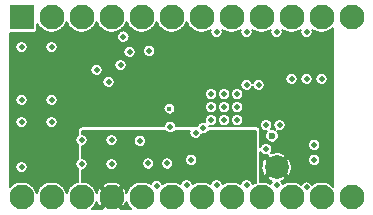
<source format=gbr>
%TF.GenerationSoftware,KiCad,Pcbnew,5.1.9+dfsg1-1~bpo10+1*%
%TF.CreationDate,Date%
%TF.ProjectId,BOOST,424f4f53-542e-46b6-9963-61645f706362,v1.8*%
%TF.SameCoordinates,Original*%
%TF.FileFunction,Copper,L3,Inr*%
%TF.FilePolarity,Positive*%
%FSLAX46Y46*%
G04 Gerber Fmt 4.6, Leading zero omitted, Abs format (unit mm)*
G04 Created by KiCad*
%MOMM*%
%LPD*%
G01*
G04 APERTURE LIST*
%TA.AperFunction,ComponentPad*%
%ADD10C,2.100000*%
%TD*%
%TA.AperFunction,ComponentPad*%
%ADD11R,2.100000X2.100000*%
%TD*%
%TA.AperFunction,ComponentPad*%
%ADD12C,2.000000*%
%TD*%
%TA.AperFunction,ComponentPad*%
%ADD13C,0.500000*%
%TD*%
%TA.AperFunction,ViaPad*%
%ADD14C,0.500000*%
%TD*%
%TA.AperFunction,ViaPad*%
%ADD15C,0.450000*%
%TD*%
%TA.AperFunction,ViaPad*%
%ADD16C,0.600000*%
%TD*%
%TA.AperFunction,Conductor*%
%ADD17C,0.150000*%
%TD*%
%TA.AperFunction,Conductor*%
%ADD18C,0.100000*%
%TD*%
G04 APERTURE END LIST*
D10*
%TO.N,VBUS*%
%TO.C,A1*%
X0Y-15240000D03*
%TO.N,GND*%
X2540000Y-15240000D03*
%TO.N,N/C*%
X5080000Y-15240000D03*
X27940000Y0D03*
%TO.N,+3V3*%
X7620000Y-15240000D03*
%TO.N,N/C*%
X25400000Y0D03*
X10160000Y-15240000D03*
X22860000Y0D03*
X12700000Y-15240000D03*
X20320000Y0D03*
X15240000Y-15240000D03*
X17780000Y0D03*
X17780000Y-15240000D03*
%TO.N,STAT*%
X15240000Y0D03*
%TO.N,N/C*%
X20320000Y-15240000D03*
X12700000Y0D03*
X22860000Y-15240000D03*
X10160000Y0D03*
X25400000Y-15240000D03*
%TO.N,GND*%
X7620000Y0D03*
%TO.N,N/C*%
X27940000Y-15240000D03*
%TO.N,GND*%
X5080000Y0D03*
%TO.N,N/C*%
X2540000Y0D03*
D11*
X0Y0D03*
%TD*%
D12*
%TO.N,/VBAT*%
%TO.C,TP1*%
X21590000Y-12700000D03*
%TD*%
D13*
%TO.N,GND*%
%TO.C,U2*%
X16045000Y-6520000D03*
X17145000Y-6520000D03*
X18245000Y-6520000D03*
X16045000Y-7620000D03*
X17145000Y-7620000D03*
X18245000Y-7620000D03*
X16045000Y-8720000D03*
X17145000Y-8720000D03*
X18245000Y-8720000D03*
%TD*%
D14*
%TO.N,GND*%
X6350000Y-4445000D03*
X8382000Y-4064000D03*
X9144000Y-2921000D03*
X21590000Y-1270000D03*
D15*
X12509500Y-7747000D03*
D14*
X7366000Y-5461000D03*
X10795000Y-2857500D03*
X10731500Y-12382500D03*
X0Y-8890000D03*
X0Y-6985000D03*
X2540000Y-6985000D03*
X0Y-12700000D03*
X2540000Y-2540000D03*
X0Y-2540000D03*
X15367000Y-9398000D03*
X14351000Y-12065000D03*
X5080000Y-10414000D03*
X7620000Y-10414000D03*
X19050000Y-5715000D03*
X20066000Y-5715000D03*
X24130000Y-1270000D03*
X19050000Y-14224000D03*
X16510000Y-14224000D03*
X16510000Y-1270000D03*
X19050000Y-1270000D03*
X2540000Y-8890000D03*
X12573000Y-9271000D03*
X11430000Y-14287500D03*
X5080000Y-12446000D03*
X7620000Y-12446000D03*
X24130000Y-5207000D03*
X25400000Y-5207000D03*
X22860000Y-5207000D03*
X13970000Y-14224000D03*
X14732000Y-9779000D03*
X20701000Y-9144000D03*
X24765000Y-10795000D03*
X24765000Y-12065000D03*
X21590000Y-14224000D03*
X24130000Y-14414500D03*
X21844000Y-9144000D03*
X20701000Y-11176000D03*
X12319000Y-12382500D03*
%TO.N,+3V3*%
X18097500Y-11239500D03*
D16*
X16192500Y-12065000D03*
D14*
X19050000Y-10287000D03*
%TO.N,Net-(C1-Pad1)*%
X10007500Y-10477500D03*
D16*
X21209000Y-10033000D03*
D14*
%TO.N,/VBAT*%
X6858000Y-6604000D03*
X21336000Y-2413000D03*
X21336000Y-3175000D03*
X14732000Y-5715000D03*
X11557000Y-4762500D03*
X18097500Y-2413000D03*
X15367000Y-5080000D03*
X16192500Y-2349500D03*
X13335000Y-4953000D03*
X13335000Y-5715000D03*
X21336000Y-3937000D03*
X7874000Y-6614160D03*
X5842000Y-6619240D03*
X22690000Y-9695000D03*
%TO.N,STAT*%
X8626230Y-1641228D03*
%TD*%
D17*
%TO.N,+3V3*%
X12165206Y-9605668D02*
X12238332Y-9678794D01*
X12324319Y-9736249D01*
X12419863Y-9775824D01*
X12521292Y-9796000D01*
X12624708Y-9796000D01*
X12726137Y-9775824D01*
X12821681Y-9736249D01*
X12907668Y-9678794D01*
X12980794Y-9605668D01*
X12984581Y-9600000D01*
X14237889Y-9600000D01*
X14227176Y-9625863D01*
X14207000Y-9727292D01*
X14207000Y-9830708D01*
X14227176Y-9932137D01*
X14266751Y-10027681D01*
X14324206Y-10113668D01*
X14397332Y-10186794D01*
X14483319Y-10244249D01*
X14578863Y-10283824D01*
X14680292Y-10304000D01*
X14783708Y-10304000D01*
X14885137Y-10283824D01*
X14980681Y-10244249D01*
X15066668Y-10186794D01*
X15139794Y-10113668D01*
X15197249Y-10027681D01*
X15236824Y-9932137D01*
X15241559Y-9908333D01*
X15315292Y-9923000D01*
X15418708Y-9923000D01*
X15520137Y-9902824D01*
X15615681Y-9863249D01*
X15701668Y-9805794D01*
X15774794Y-9732668D01*
X15832249Y-9646681D01*
X15851585Y-9600000D01*
X19864000Y-9600000D01*
X19864000Y-13994712D01*
X19692377Y-14065800D01*
X19570073Y-14147521D01*
X19554824Y-14070863D01*
X19515249Y-13975319D01*
X19457794Y-13889332D01*
X19384668Y-13816206D01*
X19298681Y-13758751D01*
X19203137Y-13719176D01*
X19101708Y-13699000D01*
X18998292Y-13699000D01*
X18896863Y-13719176D01*
X18801319Y-13758751D01*
X18715332Y-13816206D01*
X18642206Y-13889332D01*
X18584751Y-13975319D01*
X18545176Y-14070863D01*
X18529927Y-14147521D01*
X18407623Y-14065800D01*
X18166488Y-13965919D01*
X17910501Y-13915000D01*
X17649499Y-13915000D01*
X17393512Y-13965919D01*
X17152377Y-14065800D01*
X17030073Y-14147521D01*
X17014824Y-14070863D01*
X16975249Y-13975319D01*
X16917794Y-13889332D01*
X16844668Y-13816206D01*
X16758681Y-13758751D01*
X16663137Y-13719176D01*
X16561708Y-13699000D01*
X16458292Y-13699000D01*
X16356863Y-13719176D01*
X16261319Y-13758751D01*
X16175332Y-13816206D01*
X16102206Y-13889332D01*
X16044751Y-13975319D01*
X16005176Y-14070863D01*
X15989927Y-14147521D01*
X15867623Y-14065800D01*
X15626488Y-13965919D01*
X15370501Y-13915000D01*
X15109499Y-13915000D01*
X14853512Y-13965919D01*
X14612377Y-14065800D01*
X14490073Y-14147521D01*
X14474824Y-14070863D01*
X14435249Y-13975319D01*
X14377794Y-13889332D01*
X14304668Y-13816206D01*
X14218681Y-13758751D01*
X14123137Y-13719176D01*
X14021708Y-13699000D01*
X13918292Y-13699000D01*
X13816863Y-13719176D01*
X13721319Y-13758751D01*
X13635332Y-13816206D01*
X13562206Y-13889332D01*
X13504751Y-13975319D01*
X13465176Y-14070863D01*
X13449927Y-14147521D01*
X13327623Y-14065800D01*
X13086488Y-13965919D01*
X12830501Y-13915000D01*
X12569499Y-13915000D01*
X12313512Y-13965919D01*
X12072377Y-14065800D01*
X11938923Y-14154971D01*
X11934824Y-14134363D01*
X11895249Y-14038819D01*
X11837794Y-13952832D01*
X11764668Y-13879706D01*
X11678681Y-13822251D01*
X11583137Y-13782676D01*
X11481708Y-13762500D01*
X11378292Y-13762500D01*
X11276863Y-13782676D01*
X11181319Y-13822251D01*
X11095332Y-13879706D01*
X11022206Y-13952832D01*
X10964751Y-14038819D01*
X10925176Y-14134363D01*
X10921077Y-14154971D01*
X10787623Y-14065800D01*
X10546488Y-13965919D01*
X10290501Y-13915000D01*
X10029499Y-13915000D01*
X9773512Y-13965919D01*
X9532377Y-14065800D01*
X9315362Y-14210805D01*
X9130805Y-14395362D01*
X8985800Y-14612377D01*
X8887762Y-14849063D01*
X8820336Y-14663937D01*
X8765850Y-14562001D01*
X8596838Y-14439938D01*
X7796777Y-15240000D01*
X8596838Y-16040062D01*
X8765850Y-15917999D01*
X8876104Y-15681428D01*
X8888193Y-15631978D01*
X8985800Y-15867623D01*
X9130805Y-16084638D01*
X9281167Y-16235000D01*
X8406945Y-16235000D01*
X8420062Y-16216838D01*
X7620000Y-15416777D01*
X6819938Y-16216838D01*
X6833055Y-16235000D01*
X5958833Y-16235000D01*
X6109195Y-16084638D01*
X6254200Y-15867623D01*
X6352238Y-15630937D01*
X6419664Y-15816063D01*
X6474150Y-15917999D01*
X6643162Y-16040062D01*
X7443223Y-15240000D01*
X6643162Y-14439938D01*
X6474150Y-14562001D01*
X6363896Y-14798572D01*
X6351807Y-14848022D01*
X6254200Y-14612377D01*
X6109195Y-14395362D01*
X5976995Y-14263162D01*
X6819938Y-14263162D01*
X7620000Y-15063223D01*
X8420062Y-14263162D01*
X8297999Y-14094150D01*
X8061428Y-13983896D01*
X7807892Y-13921913D01*
X7547136Y-13910583D01*
X7289180Y-13950343D01*
X7043937Y-14039664D01*
X6942001Y-14094150D01*
X6819938Y-14263162D01*
X5976995Y-14263162D01*
X5924638Y-14210805D01*
X5707623Y-14065800D01*
X5466488Y-13965919D01*
X5210501Y-13915000D01*
X5155000Y-13915000D01*
X5155000Y-12966367D01*
X5233137Y-12950824D01*
X5328681Y-12911249D01*
X5414668Y-12853794D01*
X5487794Y-12780668D01*
X5545249Y-12694681D01*
X5584824Y-12599137D01*
X5605000Y-12497708D01*
X5605000Y-12394292D01*
X7095000Y-12394292D01*
X7095000Y-12497708D01*
X7115176Y-12599137D01*
X7154751Y-12694681D01*
X7212206Y-12780668D01*
X7285332Y-12853794D01*
X7371319Y-12911249D01*
X7466863Y-12950824D01*
X7568292Y-12971000D01*
X7671708Y-12971000D01*
X7773137Y-12950824D01*
X7868681Y-12911249D01*
X7954668Y-12853794D01*
X8027794Y-12780668D01*
X8085249Y-12694681D01*
X8124824Y-12599137D01*
X8145000Y-12497708D01*
X8145000Y-12394292D01*
X8132369Y-12330792D01*
X10206500Y-12330792D01*
X10206500Y-12434208D01*
X10226676Y-12535637D01*
X10266251Y-12631181D01*
X10323706Y-12717168D01*
X10396832Y-12790294D01*
X10482819Y-12847749D01*
X10578363Y-12887324D01*
X10679792Y-12907500D01*
X10783208Y-12907500D01*
X10884637Y-12887324D01*
X10980181Y-12847749D01*
X11066168Y-12790294D01*
X11139294Y-12717168D01*
X11196749Y-12631181D01*
X11236324Y-12535637D01*
X11256500Y-12434208D01*
X11256500Y-12330792D01*
X11794000Y-12330792D01*
X11794000Y-12434208D01*
X11814176Y-12535637D01*
X11853751Y-12631181D01*
X11911206Y-12717168D01*
X11984332Y-12790294D01*
X12070319Y-12847749D01*
X12165863Y-12887324D01*
X12267292Y-12907500D01*
X12370708Y-12907500D01*
X12472137Y-12887324D01*
X12567681Y-12847749D01*
X12653668Y-12790294D01*
X12726794Y-12717168D01*
X12784249Y-12631181D01*
X12823824Y-12535637D01*
X12844000Y-12434208D01*
X12844000Y-12330792D01*
X12823824Y-12229363D01*
X12784249Y-12133819D01*
X12726794Y-12047832D01*
X12692254Y-12013292D01*
X13826000Y-12013292D01*
X13826000Y-12116708D01*
X13846176Y-12218137D01*
X13885751Y-12313681D01*
X13943206Y-12399668D01*
X14016332Y-12472794D01*
X14102319Y-12530249D01*
X14197863Y-12569824D01*
X14299292Y-12590000D01*
X14402708Y-12590000D01*
X14504137Y-12569824D01*
X14599681Y-12530249D01*
X14685668Y-12472794D01*
X14758794Y-12399668D01*
X14816249Y-12313681D01*
X14855824Y-12218137D01*
X14876000Y-12116708D01*
X14876000Y-12013292D01*
X14855824Y-11911863D01*
X14816249Y-11816319D01*
X14758794Y-11730332D01*
X14685668Y-11657206D01*
X14599681Y-11599751D01*
X14504137Y-11560176D01*
X14402708Y-11540000D01*
X14299292Y-11540000D01*
X14197863Y-11560176D01*
X14102319Y-11599751D01*
X14016332Y-11657206D01*
X13943206Y-11730332D01*
X13885751Y-11816319D01*
X13846176Y-11911863D01*
X13826000Y-12013292D01*
X12692254Y-12013292D01*
X12653668Y-11974706D01*
X12567681Y-11917251D01*
X12472137Y-11877676D01*
X12370708Y-11857500D01*
X12267292Y-11857500D01*
X12165863Y-11877676D01*
X12070319Y-11917251D01*
X11984332Y-11974706D01*
X11911206Y-12047832D01*
X11853751Y-12133819D01*
X11814176Y-12229363D01*
X11794000Y-12330792D01*
X11256500Y-12330792D01*
X11236324Y-12229363D01*
X11196749Y-12133819D01*
X11139294Y-12047832D01*
X11066168Y-11974706D01*
X10980181Y-11917251D01*
X10884637Y-11877676D01*
X10783208Y-11857500D01*
X10679792Y-11857500D01*
X10578363Y-11877676D01*
X10482819Y-11917251D01*
X10396832Y-11974706D01*
X10323706Y-12047832D01*
X10266251Y-12133819D01*
X10226676Y-12229363D01*
X10206500Y-12330792D01*
X8132369Y-12330792D01*
X8124824Y-12292863D01*
X8085249Y-12197319D01*
X8027794Y-12111332D01*
X7954668Y-12038206D01*
X7868681Y-11980751D01*
X7773137Y-11941176D01*
X7671708Y-11921000D01*
X7568292Y-11921000D01*
X7466863Y-11941176D01*
X7371319Y-11980751D01*
X7285332Y-12038206D01*
X7212206Y-12111332D01*
X7154751Y-12197319D01*
X7115176Y-12292863D01*
X7095000Y-12394292D01*
X5605000Y-12394292D01*
X5584824Y-12292863D01*
X5545249Y-12197319D01*
X5487794Y-12111332D01*
X5414668Y-12038206D01*
X5328681Y-11980751D01*
X5233137Y-11941176D01*
X5155000Y-11925633D01*
X5155000Y-10934367D01*
X5233137Y-10918824D01*
X5328681Y-10879249D01*
X5414668Y-10821794D01*
X5487794Y-10748668D01*
X5545249Y-10662681D01*
X5584824Y-10567137D01*
X5605000Y-10465708D01*
X5605000Y-10362292D01*
X7095000Y-10362292D01*
X7095000Y-10465708D01*
X7115176Y-10567137D01*
X7154751Y-10662681D01*
X7212206Y-10748668D01*
X7285332Y-10821794D01*
X7371319Y-10879249D01*
X7466863Y-10918824D01*
X7568292Y-10939000D01*
X7671708Y-10939000D01*
X7773137Y-10918824D01*
X7868681Y-10879249D01*
X7954668Y-10821794D01*
X8027794Y-10748668D01*
X8085249Y-10662681D01*
X8124824Y-10567137D01*
X8145000Y-10465708D01*
X8145000Y-10425792D01*
X9482500Y-10425792D01*
X9482500Y-10529208D01*
X9502676Y-10630637D01*
X9542251Y-10726181D01*
X9599706Y-10812168D01*
X9672832Y-10885294D01*
X9758819Y-10942749D01*
X9854363Y-10982324D01*
X9955792Y-11002500D01*
X10059208Y-11002500D01*
X10160637Y-10982324D01*
X10256181Y-10942749D01*
X10342168Y-10885294D01*
X10415294Y-10812168D01*
X10472749Y-10726181D01*
X10512324Y-10630637D01*
X10532500Y-10529208D01*
X10532500Y-10425792D01*
X10512324Y-10324363D01*
X10472749Y-10228819D01*
X10415294Y-10142832D01*
X10342168Y-10069706D01*
X10256181Y-10012251D01*
X10160637Y-9972676D01*
X10059208Y-9952500D01*
X9955792Y-9952500D01*
X9854363Y-9972676D01*
X9758819Y-10012251D01*
X9672832Y-10069706D01*
X9599706Y-10142832D01*
X9542251Y-10228819D01*
X9502676Y-10324363D01*
X9482500Y-10425792D01*
X8145000Y-10425792D01*
X8145000Y-10362292D01*
X8124824Y-10260863D01*
X8085249Y-10165319D01*
X8027794Y-10079332D01*
X7954668Y-10006206D01*
X7868681Y-9948751D01*
X7773137Y-9909176D01*
X7671708Y-9889000D01*
X7568292Y-9889000D01*
X7466863Y-9909176D01*
X7371319Y-9948751D01*
X7285332Y-10006206D01*
X7212206Y-10079332D01*
X7154751Y-10165319D01*
X7115176Y-10260863D01*
X7095000Y-10362292D01*
X5605000Y-10362292D01*
X5584824Y-10260863D01*
X5545249Y-10165319D01*
X5487794Y-10079332D01*
X5414668Y-10006206D01*
X5328681Y-9948751D01*
X5233137Y-9909176D01*
X5155000Y-9893633D01*
X5155000Y-9600000D01*
X12161419Y-9600000D01*
X12165206Y-9605668D01*
%TA.AperFunction,Conductor*%
D18*
G36*
X12165206Y-9605668D02*
G01*
X12238332Y-9678794D01*
X12324319Y-9736249D01*
X12419863Y-9775824D01*
X12521292Y-9796000D01*
X12624708Y-9796000D01*
X12726137Y-9775824D01*
X12821681Y-9736249D01*
X12907668Y-9678794D01*
X12980794Y-9605668D01*
X12984581Y-9600000D01*
X14237889Y-9600000D01*
X14227176Y-9625863D01*
X14207000Y-9727292D01*
X14207000Y-9830708D01*
X14227176Y-9932137D01*
X14266751Y-10027681D01*
X14324206Y-10113668D01*
X14397332Y-10186794D01*
X14483319Y-10244249D01*
X14578863Y-10283824D01*
X14680292Y-10304000D01*
X14783708Y-10304000D01*
X14885137Y-10283824D01*
X14980681Y-10244249D01*
X15066668Y-10186794D01*
X15139794Y-10113668D01*
X15197249Y-10027681D01*
X15236824Y-9932137D01*
X15241559Y-9908333D01*
X15315292Y-9923000D01*
X15418708Y-9923000D01*
X15520137Y-9902824D01*
X15615681Y-9863249D01*
X15701668Y-9805794D01*
X15774794Y-9732668D01*
X15832249Y-9646681D01*
X15851585Y-9600000D01*
X19864000Y-9600000D01*
X19864000Y-13994712D01*
X19692377Y-14065800D01*
X19570073Y-14147521D01*
X19554824Y-14070863D01*
X19515249Y-13975319D01*
X19457794Y-13889332D01*
X19384668Y-13816206D01*
X19298681Y-13758751D01*
X19203137Y-13719176D01*
X19101708Y-13699000D01*
X18998292Y-13699000D01*
X18896863Y-13719176D01*
X18801319Y-13758751D01*
X18715332Y-13816206D01*
X18642206Y-13889332D01*
X18584751Y-13975319D01*
X18545176Y-14070863D01*
X18529927Y-14147521D01*
X18407623Y-14065800D01*
X18166488Y-13965919D01*
X17910501Y-13915000D01*
X17649499Y-13915000D01*
X17393512Y-13965919D01*
X17152377Y-14065800D01*
X17030073Y-14147521D01*
X17014824Y-14070863D01*
X16975249Y-13975319D01*
X16917794Y-13889332D01*
X16844668Y-13816206D01*
X16758681Y-13758751D01*
X16663137Y-13719176D01*
X16561708Y-13699000D01*
X16458292Y-13699000D01*
X16356863Y-13719176D01*
X16261319Y-13758751D01*
X16175332Y-13816206D01*
X16102206Y-13889332D01*
X16044751Y-13975319D01*
X16005176Y-14070863D01*
X15989927Y-14147521D01*
X15867623Y-14065800D01*
X15626488Y-13965919D01*
X15370501Y-13915000D01*
X15109499Y-13915000D01*
X14853512Y-13965919D01*
X14612377Y-14065800D01*
X14490073Y-14147521D01*
X14474824Y-14070863D01*
X14435249Y-13975319D01*
X14377794Y-13889332D01*
X14304668Y-13816206D01*
X14218681Y-13758751D01*
X14123137Y-13719176D01*
X14021708Y-13699000D01*
X13918292Y-13699000D01*
X13816863Y-13719176D01*
X13721319Y-13758751D01*
X13635332Y-13816206D01*
X13562206Y-13889332D01*
X13504751Y-13975319D01*
X13465176Y-14070863D01*
X13449927Y-14147521D01*
X13327623Y-14065800D01*
X13086488Y-13965919D01*
X12830501Y-13915000D01*
X12569499Y-13915000D01*
X12313512Y-13965919D01*
X12072377Y-14065800D01*
X11938923Y-14154971D01*
X11934824Y-14134363D01*
X11895249Y-14038819D01*
X11837794Y-13952832D01*
X11764668Y-13879706D01*
X11678681Y-13822251D01*
X11583137Y-13782676D01*
X11481708Y-13762500D01*
X11378292Y-13762500D01*
X11276863Y-13782676D01*
X11181319Y-13822251D01*
X11095332Y-13879706D01*
X11022206Y-13952832D01*
X10964751Y-14038819D01*
X10925176Y-14134363D01*
X10921077Y-14154971D01*
X10787623Y-14065800D01*
X10546488Y-13965919D01*
X10290501Y-13915000D01*
X10029499Y-13915000D01*
X9773512Y-13965919D01*
X9532377Y-14065800D01*
X9315362Y-14210805D01*
X9130805Y-14395362D01*
X8985800Y-14612377D01*
X8887762Y-14849063D01*
X8820336Y-14663937D01*
X8765850Y-14562001D01*
X8596838Y-14439938D01*
X7796777Y-15240000D01*
X8596838Y-16040062D01*
X8765850Y-15917999D01*
X8876104Y-15681428D01*
X8888193Y-15631978D01*
X8985800Y-15867623D01*
X9130805Y-16084638D01*
X9281167Y-16235000D01*
X8406945Y-16235000D01*
X8420062Y-16216838D01*
X7620000Y-15416777D01*
X6819938Y-16216838D01*
X6833055Y-16235000D01*
X5958833Y-16235000D01*
X6109195Y-16084638D01*
X6254200Y-15867623D01*
X6352238Y-15630937D01*
X6419664Y-15816063D01*
X6474150Y-15917999D01*
X6643162Y-16040062D01*
X7443223Y-15240000D01*
X6643162Y-14439938D01*
X6474150Y-14562001D01*
X6363896Y-14798572D01*
X6351807Y-14848022D01*
X6254200Y-14612377D01*
X6109195Y-14395362D01*
X5976995Y-14263162D01*
X6819938Y-14263162D01*
X7620000Y-15063223D01*
X8420062Y-14263162D01*
X8297999Y-14094150D01*
X8061428Y-13983896D01*
X7807892Y-13921913D01*
X7547136Y-13910583D01*
X7289180Y-13950343D01*
X7043937Y-14039664D01*
X6942001Y-14094150D01*
X6819938Y-14263162D01*
X5976995Y-14263162D01*
X5924638Y-14210805D01*
X5707623Y-14065800D01*
X5466488Y-13965919D01*
X5210501Y-13915000D01*
X5155000Y-13915000D01*
X5155000Y-12966367D01*
X5233137Y-12950824D01*
X5328681Y-12911249D01*
X5414668Y-12853794D01*
X5487794Y-12780668D01*
X5545249Y-12694681D01*
X5584824Y-12599137D01*
X5605000Y-12497708D01*
X5605000Y-12394292D01*
X7095000Y-12394292D01*
X7095000Y-12497708D01*
X7115176Y-12599137D01*
X7154751Y-12694681D01*
X7212206Y-12780668D01*
X7285332Y-12853794D01*
X7371319Y-12911249D01*
X7466863Y-12950824D01*
X7568292Y-12971000D01*
X7671708Y-12971000D01*
X7773137Y-12950824D01*
X7868681Y-12911249D01*
X7954668Y-12853794D01*
X8027794Y-12780668D01*
X8085249Y-12694681D01*
X8124824Y-12599137D01*
X8145000Y-12497708D01*
X8145000Y-12394292D01*
X8132369Y-12330792D01*
X10206500Y-12330792D01*
X10206500Y-12434208D01*
X10226676Y-12535637D01*
X10266251Y-12631181D01*
X10323706Y-12717168D01*
X10396832Y-12790294D01*
X10482819Y-12847749D01*
X10578363Y-12887324D01*
X10679792Y-12907500D01*
X10783208Y-12907500D01*
X10884637Y-12887324D01*
X10980181Y-12847749D01*
X11066168Y-12790294D01*
X11139294Y-12717168D01*
X11196749Y-12631181D01*
X11236324Y-12535637D01*
X11256500Y-12434208D01*
X11256500Y-12330792D01*
X11794000Y-12330792D01*
X11794000Y-12434208D01*
X11814176Y-12535637D01*
X11853751Y-12631181D01*
X11911206Y-12717168D01*
X11984332Y-12790294D01*
X12070319Y-12847749D01*
X12165863Y-12887324D01*
X12267292Y-12907500D01*
X12370708Y-12907500D01*
X12472137Y-12887324D01*
X12567681Y-12847749D01*
X12653668Y-12790294D01*
X12726794Y-12717168D01*
X12784249Y-12631181D01*
X12823824Y-12535637D01*
X12844000Y-12434208D01*
X12844000Y-12330792D01*
X12823824Y-12229363D01*
X12784249Y-12133819D01*
X12726794Y-12047832D01*
X12692254Y-12013292D01*
X13826000Y-12013292D01*
X13826000Y-12116708D01*
X13846176Y-12218137D01*
X13885751Y-12313681D01*
X13943206Y-12399668D01*
X14016332Y-12472794D01*
X14102319Y-12530249D01*
X14197863Y-12569824D01*
X14299292Y-12590000D01*
X14402708Y-12590000D01*
X14504137Y-12569824D01*
X14599681Y-12530249D01*
X14685668Y-12472794D01*
X14758794Y-12399668D01*
X14816249Y-12313681D01*
X14855824Y-12218137D01*
X14876000Y-12116708D01*
X14876000Y-12013292D01*
X14855824Y-11911863D01*
X14816249Y-11816319D01*
X14758794Y-11730332D01*
X14685668Y-11657206D01*
X14599681Y-11599751D01*
X14504137Y-11560176D01*
X14402708Y-11540000D01*
X14299292Y-11540000D01*
X14197863Y-11560176D01*
X14102319Y-11599751D01*
X14016332Y-11657206D01*
X13943206Y-11730332D01*
X13885751Y-11816319D01*
X13846176Y-11911863D01*
X13826000Y-12013292D01*
X12692254Y-12013292D01*
X12653668Y-11974706D01*
X12567681Y-11917251D01*
X12472137Y-11877676D01*
X12370708Y-11857500D01*
X12267292Y-11857500D01*
X12165863Y-11877676D01*
X12070319Y-11917251D01*
X11984332Y-11974706D01*
X11911206Y-12047832D01*
X11853751Y-12133819D01*
X11814176Y-12229363D01*
X11794000Y-12330792D01*
X11256500Y-12330792D01*
X11236324Y-12229363D01*
X11196749Y-12133819D01*
X11139294Y-12047832D01*
X11066168Y-11974706D01*
X10980181Y-11917251D01*
X10884637Y-11877676D01*
X10783208Y-11857500D01*
X10679792Y-11857500D01*
X10578363Y-11877676D01*
X10482819Y-11917251D01*
X10396832Y-11974706D01*
X10323706Y-12047832D01*
X10266251Y-12133819D01*
X10226676Y-12229363D01*
X10206500Y-12330792D01*
X8132369Y-12330792D01*
X8124824Y-12292863D01*
X8085249Y-12197319D01*
X8027794Y-12111332D01*
X7954668Y-12038206D01*
X7868681Y-11980751D01*
X7773137Y-11941176D01*
X7671708Y-11921000D01*
X7568292Y-11921000D01*
X7466863Y-11941176D01*
X7371319Y-11980751D01*
X7285332Y-12038206D01*
X7212206Y-12111332D01*
X7154751Y-12197319D01*
X7115176Y-12292863D01*
X7095000Y-12394292D01*
X5605000Y-12394292D01*
X5584824Y-12292863D01*
X5545249Y-12197319D01*
X5487794Y-12111332D01*
X5414668Y-12038206D01*
X5328681Y-11980751D01*
X5233137Y-11941176D01*
X5155000Y-11925633D01*
X5155000Y-10934367D01*
X5233137Y-10918824D01*
X5328681Y-10879249D01*
X5414668Y-10821794D01*
X5487794Y-10748668D01*
X5545249Y-10662681D01*
X5584824Y-10567137D01*
X5605000Y-10465708D01*
X5605000Y-10362292D01*
X7095000Y-10362292D01*
X7095000Y-10465708D01*
X7115176Y-10567137D01*
X7154751Y-10662681D01*
X7212206Y-10748668D01*
X7285332Y-10821794D01*
X7371319Y-10879249D01*
X7466863Y-10918824D01*
X7568292Y-10939000D01*
X7671708Y-10939000D01*
X7773137Y-10918824D01*
X7868681Y-10879249D01*
X7954668Y-10821794D01*
X8027794Y-10748668D01*
X8085249Y-10662681D01*
X8124824Y-10567137D01*
X8145000Y-10465708D01*
X8145000Y-10425792D01*
X9482500Y-10425792D01*
X9482500Y-10529208D01*
X9502676Y-10630637D01*
X9542251Y-10726181D01*
X9599706Y-10812168D01*
X9672832Y-10885294D01*
X9758819Y-10942749D01*
X9854363Y-10982324D01*
X9955792Y-11002500D01*
X10059208Y-11002500D01*
X10160637Y-10982324D01*
X10256181Y-10942749D01*
X10342168Y-10885294D01*
X10415294Y-10812168D01*
X10472749Y-10726181D01*
X10512324Y-10630637D01*
X10532500Y-10529208D01*
X10532500Y-10425792D01*
X10512324Y-10324363D01*
X10472749Y-10228819D01*
X10415294Y-10142832D01*
X10342168Y-10069706D01*
X10256181Y-10012251D01*
X10160637Y-9972676D01*
X10059208Y-9952500D01*
X9955792Y-9952500D01*
X9854363Y-9972676D01*
X9758819Y-10012251D01*
X9672832Y-10069706D01*
X9599706Y-10142832D01*
X9542251Y-10228819D01*
X9502676Y-10324363D01*
X9482500Y-10425792D01*
X8145000Y-10425792D01*
X8145000Y-10362292D01*
X8124824Y-10260863D01*
X8085249Y-10165319D01*
X8027794Y-10079332D01*
X7954668Y-10006206D01*
X7868681Y-9948751D01*
X7773137Y-9909176D01*
X7671708Y-9889000D01*
X7568292Y-9889000D01*
X7466863Y-9909176D01*
X7371319Y-9948751D01*
X7285332Y-10006206D01*
X7212206Y-10079332D01*
X7154751Y-10165319D01*
X7115176Y-10260863D01*
X7095000Y-10362292D01*
X5605000Y-10362292D01*
X5584824Y-10260863D01*
X5545249Y-10165319D01*
X5487794Y-10079332D01*
X5414668Y-10006206D01*
X5328681Y-9948751D01*
X5233137Y-9909176D01*
X5155000Y-9893633D01*
X5155000Y-9600000D01*
X12161419Y-9600000D01*
X12165206Y-9605668D01*
G37*
%TD.AperFunction*%
%TD*%
D17*
%TO.N,/VBAT*%
X14065800Y-627623D02*
X14210805Y-844638D01*
X14395362Y-1029195D01*
X14612377Y-1174200D01*
X14853512Y-1274081D01*
X15109499Y-1325000D01*
X15370501Y-1325000D01*
X15626488Y-1274081D01*
X15867623Y-1174200D01*
X16024977Y-1069060D01*
X16005176Y-1116863D01*
X15985000Y-1218292D01*
X15985000Y-1321708D01*
X16005176Y-1423137D01*
X16044751Y-1518681D01*
X16102206Y-1604668D01*
X16175332Y-1677794D01*
X16261319Y-1735249D01*
X16356863Y-1774824D01*
X16458292Y-1795000D01*
X16561708Y-1795000D01*
X16663137Y-1774824D01*
X16758681Y-1735249D01*
X16844668Y-1677794D01*
X16917794Y-1604668D01*
X16975249Y-1518681D01*
X17014824Y-1423137D01*
X17035000Y-1321708D01*
X17035000Y-1218292D01*
X17014824Y-1116863D01*
X16995023Y-1069060D01*
X17152377Y-1174200D01*
X17393512Y-1274081D01*
X17649499Y-1325000D01*
X17910501Y-1325000D01*
X18166488Y-1274081D01*
X18407623Y-1174200D01*
X18564977Y-1069060D01*
X18545176Y-1116863D01*
X18525000Y-1218292D01*
X18525000Y-1321708D01*
X18545176Y-1423137D01*
X18584751Y-1518681D01*
X18642206Y-1604668D01*
X18715332Y-1677794D01*
X18801319Y-1735249D01*
X18896863Y-1774824D01*
X18998292Y-1795000D01*
X19101708Y-1795000D01*
X19203137Y-1774824D01*
X19298681Y-1735249D01*
X19384668Y-1677794D01*
X19457794Y-1604668D01*
X19515249Y-1518681D01*
X19554824Y-1423137D01*
X19575000Y-1321708D01*
X19575000Y-1218292D01*
X19554824Y-1116863D01*
X19535023Y-1069060D01*
X19692377Y-1174200D01*
X19933512Y-1274081D01*
X20189499Y-1325000D01*
X20450501Y-1325000D01*
X20706488Y-1274081D01*
X20947623Y-1174200D01*
X21104977Y-1069060D01*
X21085176Y-1116863D01*
X21065000Y-1218292D01*
X21065000Y-1321708D01*
X21085176Y-1423137D01*
X21124751Y-1518681D01*
X21182206Y-1604668D01*
X21255332Y-1677794D01*
X21341319Y-1735249D01*
X21436863Y-1774824D01*
X21538292Y-1795000D01*
X21641708Y-1795000D01*
X21743137Y-1774824D01*
X21838681Y-1735249D01*
X21924668Y-1677794D01*
X21997794Y-1604668D01*
X22055249Y-1518681D01*
X22094824Y-1423137D01*
X22115000Y-1321708D01*
X22115000Y-1218292D01*
X22094824Y-1116863D01*
X22075023Y-1069060D01*
X22232377Y-1174200D01*
X22473512Y-1274081D01*
X22729499Y-1325000D01*
X22990501Y-1325000D01*
X23246488Y-1274081D01*
X23487623Y-1174200D01*
X23644977Y-1069060D01*
X23625176Y-1116863D01*
X23605000Y-1218292D01*
X23605000Y-1321708D01*
X23625176Y-1423137D01*
X23664751Y-1518681D01*
X23722206Y-1604668D01*
X23795332Y-1677794D01*
X23881319Y-1735249D01*
X23976863Y-1774824D01*
X24078292Y-1795000D01*
X24181708Y-1795000D01*
X24283137Y-1774824D01*
X24378681Y-1735249D01*
X24464668Y-1677794D01*
X24537794Y-1604668D01*
X24595249Y-1518681D01*
X24634824Y-1423137D01*
X24655000Y-1321708D01*
X24655000Y-1218292D01*
X24634824Y-1116863D01*
X24615023Y-1069060D01*
X24772377Y-1174200D01*
X25013512Y-1274081D01*
X25269499Y-1325000D01*
X25530501Y-1325000D01*
X25786488Y-1274081D01*
X26027623Y-1174200D01*
X26244638Y-1029195D01*
X26395001Y-878832D01*
X26395000Y-14361167D01*
X26244638Y-14210805D01*
X26027623Y-14065800D01*
X25786488Y-13965919D01*
X25530501Y-13915000D01*
X25269499Y-13915000D01*
X25013512Y-13965919D01*
X24772377Y-14065800D01*
X24601197Y-14180179D01*
X24595249Y-14165819D01*
X24537794Y-14079832D01*
X24464668Y-14006706D01*
X24378681Y-13949251D01*
X24283137Y-13909676D01*
X24181708Y-13889500D01*
X24078292Y-13889500D01*
X23976863Y-13909676D01*
X23881319Y-13949251D01*
X23795332Y-14006706D01*
X23722206Y-14079832D01*
X23664751Y-14165819D01*
X23658803Y-14180179D01*
X23487623Y-14065800D01*
X23246488Y-13965919D01*
X22990501Y-13915000D01*
X22729499Y-13915000D01*
X22473512Y-13965919D01*
X22232377Y-14065800D01*
X22110073Y-14147521D01*
X22094824Y-14070863D01*
X22055249Y-13975319D01*
X22008092Y-13904744D01*
X22148592Y-13852983D01*
X22238332Y-13805016D01*
X22354353Y-13641129D01*
X21590000Y-12876777D01*
X20825647Y-13641129D01*
X20941668Y-13805016D01*
X21168568Y-13909742D01*
X21124751Y-13975319D01*
X21085176Y-14070863D01*
X21069927Y-14147521D01*
X20947623Y-14065800D01*
X20706488Y-13965919D01*
X20450501Y-13915000D01*
X20214000Y-13915000D01*
X20214000Y-12774844D01*
X20311019Y-12774844D01*
X20350196Y-13022923D01*
X20437017Y-13258592D01*
X20484984Y-13348332D01*
X20648871Y-13464353D01*
X21413223Y-12700000D01*
X21766777Y-12700000D01*
X22531129Y-13464353D01*
X22695016Y-13348332D01*
X22800266Y-13120296D01*
X22859007Y-12876110D01*
X22868981Y-12625156D01*
X22829804Y-12377077D01*
X22742983Y-12141408D01*
X22695016Y-12051668D01*
X22640808Y-12013292D01*
X24240000Y-12013292D01*
X24240000Y-12116708D01*
X24260176Y-12218137D01*
X24299751Y-12313681D01*
X24357206Y-12399668D01*
X24430332Y-12472794D01*
X24516319Y-12530249D01*
X24611863Y-12569824D01*
X24713292Y-12590000D01*
X24816708Y-12590000D01*
X24918137Y-12569824D01*
X25013681Y-12530249D01*
X25099668Y-12472794D01*
X25172794Y-12399668D01*
X25230249Y-12313681D01*
X25269824Y-12218137D01*
X25290000Y-12116708D01*
X25290000Y-12013292D01*
X25269824Y-11911863D01*
X25230249Y-11816319D01*
X25172794Y-11730332D01*
X25099668Y-11657206D01*
X25013681Y-11599751D01*
X24918137Y-11560176D01*
X24816708Y-11540000D01*
X24713292Y-11540000D01*
X24611863Y-11560176D01*
X24516319Y-11599751D01*
X24430332Y-11657206D01*
X24357206Y-11730332D01*
X24299751Y-11816319D01*
X24260176Y-11911863D01*
X24240000Y-12013292D01*
X22640808Y-12013292D01*
X22531129Y-11935647D01*
X21766777Y-12700000D01*
X21413223Y-12700000D01*
X20648871Y-11935647D01*
X20484984Y-12051668D01*
X20379734Y-12279704D01*
X20320993Y-12523890D01*
X20311019Y-12774844D01*
X20214000Y-12774844D01*
X20214000Y-11372169D01*
X20235751Y-11424681D01*
X20293206Y-11510668D01*
X20366332Y-11583794D01*
X20452319Y-11641249D01*
X20547863Y-11680824D01*
X20649292Y-11701000D01*
X20752708Y-11701000D01*
X20854137Y-11680824D01*
X20892002Y-11665140D01*
X20825647Y-11758871D01*
X21590000Y-12523223D01*
X22354353Y-11758871D01*
X22238332Y-11594984D01*
X22010296Y-11489734D01*
X21766110Y-11430993D01*
X21515156Y-11421019D01*
X21267077Y-11460196D01*
X21096381Y-11523081D01*
X21108794Y-11510668D01*
X21166249Y-11424681D01*
X21205824Y-11329137D01*
X21226000Y-11227708D01*
X21226000Y-11124292D01*
X21205824Y-11022863D01*
X21166249Y-10927319D01*
X21108794Y-10841332D01*
X21035668Y-10768206D01*
X20998382Y-10743292D01*
X24240000Y-10743292D01*
X24240000Y-10846708D01*
X24260176Y-10948137D01*
X24299751Y-11043681D01*
X24357206Y-11129668D01*
X24430332Y-11202794D01*
X24516319Y-11260249D01*
X24611863Y-11299824D01*
X24713292Y-11320000D01*
X24816708Y-11320000D01*
X24918137Y-11299824D01*
X25013681Y-11260249D01*
X25099668Y-11202794D01*
X25172794Y-11129668D01*
X25230249Y-11043681D01*
X25269824Y-10948137D01*
X25290000Y-10846708D01*
X25290000Y-10743292D01*
X25269824Y-10641863D01*
X25230249Y-10546319D01*
X25172794Y-10460332D01*
X25099668Y-10387206D01*
X25013681Y-10329751D01*
X24918137Y-10290176D01*
X24816708Y-10270000D01*
X24713292Y-10270000D01*
X24611863Y-10290176D01*
X24516319Y-10329751D01*
X24430332Y-10387206D01*
X24357206Y-10460332D01*
X24299751Y-10546319D01*
X24260176Y-10641863D01*
X24240000Y-10743292D01*
X20998382Y-10743292D01*
X20949681Y-10710751D01*
X20854137Y-10671176D01*
X20752708Y-10651000D01*
X20649292Y-10651000D01*
X20547863Y-10671176D01*
X20452319Y-10710751D01*
X20366332Y-10768206D01*
X20293206Y-10841332D01*
X20235751Y-10927319D01*
X20214000Y-10979831D01*
X20214000Y-9525000D01*
X20208716Y-9471350D01*
X20193067Y-9419762D01*
X20167654Y-9372218D01*
X20133454Y-9330546D01*
X20091782Y-9296346D01*
X20044238Y-9270933D01*
X19992650Y-9255284D01*
X19939000Y-9250000D01*
X15872846Y-9250000D01*
X15871824Y-9244863D01*
X15857655Y-9210655D01*
X15891863Y-9224824D01*
X15993292Y-9245000D01*
X16096708Y-9245000D01*
X16198137Y-9224824D01*
X16293681Y-9185249D01*
X16379668Y-9127794D01*
X16452794Y-9054668D01*
X16510249Y-8968681D01*
X16549824Y-8873137D01*
X16570000Y-8771708D01*
X16570000Y-8668292D01*
X16620000Y-8668292D01*
X16620000Y-8771708D01*
X16640176Y-8873137D01*
X16679751Y-8968681D01*
X16737206Y-9054668D01*
X16810332Y-9127794D01*
X16896319Y-9185249D01*
X16991863Y-9224824D01*
X17093292Y-9245000D01*
X17196708Y-9245000D01*
X17298137Y-9224824D01*
X17393681Y-9185249D01*
X17479668Y-9127794D01*
X17552794Y-9054668D01*
X17610249Y-8968681D01*
X17649824Y-8873137D01*
X17670000Y-8771708D01*
X17670000Y-8668292D01*
X17720000Y-8668292D01*
X17720000Y-8771708D01*
X17740176Y-8873137D01*
X17779751Y-8968681D01*
X17837206Y-9054668D01*
X17910332Y-9127794D01*
X17996319Y-9185249D01*
X18091863Y-9224824D01*
X18193292Y-9245000D01*
X18296708Y-9245000D01*
X18398137Y-9224824D01*
X18493681Y-9185249D01*
X18579668Y-9127794D01*
X18615170Y-9092292D01*
X20176000Y-9092292D01*
X20176000Y-9195708D01*
X20196176Y-9297137D01*
X20235751Y-9392681D01*
X20293206Y-9478668D01*
X20366332Y-9551794D01*
X20452319Y-9609249D01*
X20547863Y-9648824D01*
X20649292Y-9669000D01*
X20752708Y-9669000D01*
X20761891Y-9667173D01*
X20699442Y-9760635D01*
X20656097Y-9865279D01*
X20634000Y-9976367D01*
X20634000Y-10089633D01*
X20656097Y-10200721D01*
X20699442Y-10305365D01*
X20762368Y-10399541D01*
X20842459Y-10479632D01*
X20936635Y-10542558D01*
X21041279Y-10585903D01*
X21152367Y-10608000D01*
X21265633Y-10608000D01*
X21376721Y-10585903D01*
X21481365Y-10542558D01*
X21575541Y-10479632D01*
X21655632Y-10399541D01*
X21718558Y-10305365D01*
X21761903Y-10200721D01*
X21784000Y-10089633D01*
X21784000Y-9976367D01*
X21761903Y-9865279D01*
X21718558Y-9760635D01*
X21655632Y-9666459D01*
X21600616Y-9611443D01*
X21690863Y-9648824D01*
X21792292Y-9669000D01*
X21895708Y-9669000D01*
X21997137Y-9648824D01*
X22092681Y-9609249D01*
X22178668Y-9551794D01*
X22251794Y-9478668D01*
X22309249Y-9392681D01*
X22348824Y-9297137D01*
X22369000Y-9195708D01*
X22369000Y-9092292D01*
X22348824Y-8990863D01*
X22309249Y-8895319D01*
X22251794Y-8809332D01*
X22178668Y-8736206D01*
X22092681Y-8678751D01*
X21997137Y-8639176D01*
X21895708Y-8619000D01*
X21792292Y-8619000D01*
X21690863Y-8639176D01*
X21595319Y-8678751D01*
X21509332Y-8736206D01*
X21436206Y-8809332D01*
X21378751Y-8895319D01*
X21339176Y-8990863D01*
X21319000Y-9092292D01*
X21319000Y-9195708D01*
X21339176Y-9297137D01*
X21378751Y-9392681D01*
X21436206Y-9478668D01*
X21480708Y-9523170D01*
X21376721Y-9480097D01*
X21265633Y-9458000D01*
X21152367Y-9458000D01*
X21118042Y-9464828D01*
X21166249Y-9392681D01*
X21205824Y-9297137D01*
X21226000Y-9195708D01*
X21226000Y-9092292D01*
X21205824Y-8990863D01*
X21166249Y-8895319D01*
X21108794Y-8809332D01*
X21035668Y-8736206D01*
X20949681Y-8678751D01*
X20854137Y-8639176D01*
X20752708Y-8619000D01*
X20649292Y-8619000D01*
X20547863Y-8639176D01*
X20452319Y-8678751D01*
X20366332Y-8736206D01*
X20293206Y-8809332D01*
X20235751Y-8895319D01*
X20196176Y-8990863D01*
X20176000Y-9092292D01*
X18615170Y-9092292D01*
X18652794Y-9054668D01*
X18710249Y-8968681D01*
X18749824Y-8873137D01*
X18770000Y-8771708D01*
X18770000Y-8668292D01*
X18749824Y-8566863D01*
X18710249Y-8471319D01*
X18652794Y-8385332D01*
X18579668Y-8312206D01*
X18493681Y-8254751D01*
X18398137Y-8215176D01*
X18296708Y-8195000D01*
X18193292Y-8195000D01*
X18091863Y-8215176D01*
X17996319Y-8254751D01*
X17910332Y-8312206D01*
X17837206Y-8385332D01*
X17779751Y-8471319D01*
X17740176Y-8566863D01*
X17720000Y-8668292D01*
X17670000Y-8668292D01*
X17649824Y-8566863D01*
X17610249Y-8471319D01*
X17552794Y-8385332D01*
X17479668Y-8312206D01*
X17393681Y-8254751D01*
X17298137Y-8215176D01*
X17196708Y-8195000D01*
X17093292Y-8195000D01*
X16991863Y-8215176D01*
X16896319Y-8254751D01*
X16810332Y-8312206D01*
X16737206Y-8385332D01*
X16679751Y-8471319D01*
X16640176Y-8566863D01*
X16620000Y-8668292D01*
X16570000Y-8668292D01*
X16549824Y-8566863D01*
X16510249Y-8471319D01*
X16452794Y-8385332D01*
X16379668Y-8312206D01*
X16293681Y-8254751D01*
X16198137Y-8215176D01*
X16096708Y-8195000D01*
X15993292Y-8195000D01*
X15891863Y-8215176D01*
X15796319Y-8254751D01*
X15710332Y-8312206D01*
X15637206Y-8385332D01*
X15579751Y-8471319D01*
X15540176Y-8566863D01*
X15520000Y-8668292D01*
X15520000Y-8771708D01*
X15540176Y-8873137D01*
X15554345Y-8907345D01*
X15520137Y-8893176D01*
X15418708Y-8873000D01*
X15315292Y-8873000D01*
X15213863Y-8893176D01*
X15118319Y-8932751D01*
X15032332Y-8990206D01*
X14959206Y-9063332D01*
X14901751Y-9149319D01*
X14862176Y-9244863D01*
X14861154Y-9250000D01*
X13098000Y-9250000D01*
X13098000Y-9219292D01*
X13077824Y-9117863D01*
X13038249Y-9022319D01*
X12980794Y-8936332D01*
X12907668Y-8863206D01*
X12821681Y-8805751D01*
X12726137Y-8766176D01*
X12624708Y-8746000D01*
X12521292Y-8746000D01*
X12419863Y-8766176D01*
X12324319Y-8805751D01*
X12238332Y-8863206D01*
X12165206Y-8936332D01*
X12107751Y-9022319D01*
X12068176Y-9117863D01*
X12048000Y-9219292D01*
X12048000Y-9250000D01*
X5080000Y-9250000D01*
X5026350Y-9255284D01*
X4974762Y-9270933D01*
X4927218Y-9296346D01*
X4885546Y-9330546D01*
X4851346Y-9372218D01*
X4825933Y-9419762D01*
X4810284Y-9471350D01*
X4805000Y-9525000D01*
X4805000Y-9966337D01*
X4745332Y-10006206D01*
X4672206Y-10079332D01*
X4614751Y-10165319D01*
X4575176Y-10260863D01*
X4555000Y-10362292D01*
X4555000Y-10465708D01*
X4575176Y-10567137D01*
X4614751Y-10662681D01*
X4672206Y-10748668D01*
X4745332Y-10821794D01*
X4805000Y-10861663D01*
X4805000Y-11998337D01*
X4745332Y-12038206D01*
X4672206Y-12111332D01*
X4614751Y-12197319D01*
X4575176Y-12292863D01*
X4555000Y-12394292D01*
X4555000Y-12497708D01*
X4575176Y-12599137D01*
X4614751Y-12694681D01*
X4672206Y-12780668D01*
X4745332Y-12853794D01*
X4805000Y-12893663D01*
X4805000Y-13943743D01*
X4693512Y-13965919D01*
X4452377Y-14065800D01*
X4235362Y-14210805D01*
X4050805Y-14395362D01*
X3905800Y-14612377D01*
X3810000Y-14843660D01*
X3714200Y-14612377D01*
X3569195Y-14395362D01*
X3384638Y-14210805D01*
X3167623Y-14065800D01*
X2926488Y-13965919D01*
X2670501Y-13915000D01*
X2409499Y-13915000D01*
X2153512Y-13965919D01*
X1912377Y-14065800D01*
X1695362Y-14210805D01*
X1510805Y-14395362D01*
X1365800Y-14612377D01*
X1270000Y-14843660D01*
X1174200Y-14612377D01*
X1029195Y-14395362D01*
X844638Y-14210805D01*
X627623Y-14065800D01*
X386488Y-13965919D01*
X130501Y-13915000D01*
X-130501Y-13915000D01*
X-386488Y-13965919D01*
X-627623Y-14065800D01*
X-844638Y-14210805D01*
X-995000Y-14361167D01*
X-995000Y-12648292D01*
X-525000Y-12648292D01*
X-525000Y-12751708D01*
X-504824Y-12853137D01*
X-465249Y-12948681D01*
X-407794Y-13034668D01*
X-334668Y-13107794D01*
X-248681Y-13165249D01*
X-153137Y-13204824D01*
X-51708Y-13225000D01*
X51708Y-13225000D01*
X153137Y-13204824D01*
X248681Y-13165249D01*
X334668Y-13107794D01*
X407794Y-13034668D01*
X465249Y-12948681D01*
X504824Y-12853137D01*
X525000Y-12751708D01*
X525000Y-12648292D01*
X504824Y-12546863D01*
X465249Y-12451319D01*
X407794Y-12365332D01*
X334668Y-12292206D01*
X248681Y-12234751D01*
X153137Y-12195176D01*
X51708Y-12175000D01*
X-51708Y-12175000D01*
X-153137Y-12195176D01*
X-248681Y-12234751D01*
X-334668Y-12292206D01*
X-407794Y-12365332D01*
X-465249Y-12451319D01*
X-504824Y-12546863D01*
X-525000Y-12648292D01*
X-995000Y-12648292D01*
X-995000Y-8838292D01*
X-525000Y-8838292D01*
X-525000Y-8941708D01*
X-504824Y-9043137D01*
X-465249Y-9138681D01*
X-407794Y-9224668D01*
X-334668Y-9297794D01*
X-248681Y-9355249D01*
X-153137Y-9394824D01*
X-51708Y-9415000D01*
X51708Y-9415000D01*
X153137Y-9394824D01*
X248681Y-9355249D01*
X334668Y-9297794D01*
X407794Y-9224668D01*
X465249Y-9138681D01*
X504824Y-9043137D01*
X525000Y-8941708D01*
X525000Y-8838292D01*
X2015000Y-8838292D01*
X2015000Y-8941708D01*
X2035176Y-9043137D01*
X2074751Y-9138681D01*
X2132206Y-9224668D01*
X2205332Y-9297794D01*
X2291319Y-9355249D01*
X2386863Y-9394824D01*
X2488292Y-9415000D01*
X2591708Y-9415000D01*
X2693137Y-9394824D01*
X2788681Y-9355249D01*
X2874668Y-9297794D01*
X2947794Y-9224668D01*
X3005249Y-9138681D01*
X3044824Y-9043137D01*
X3065000Y-8941708D01*
X3065000Y-8838292D01*
X3044824Y-8736863D01*
X3005249Y-8641319D01*
X2947794Y-8555332D01*
X2874668Y-8482206D01*
X2788681Y-8424751D01*
X2693137Y-8385176D01*
X2591708Y-8365000D01*
X2488292Y-8365000D01*
X2386863Y-8385176D01*
X2291319Y-8424751D01*
X2205332Y-8482206D01*
X2132206Y-8555332D01*
X2074751Y-8641319D01*
X2035176Y-8736863D01*
X2015000Y-8838292D01*
X525000Y-8838292D01*
X504824Y-8736863D01*
X465249Y-8641319D01*
X407794Y-8555332D01*
X334668Y-8482206D01*
X248681Y-8424751D01*
X153137Y-8385176D01*
X51708Y-8365000D01*
X-51708Y-8365000D01*
X-153137Y-8385176D01*
X-248681Y-8424751D01*
X-334668Y-8482206D01*
X-407794Y-8555332D01*
X-465249Y-8641319D01*
X-504824Y-8736863D01*
X-525000Y-8838292D01*
X-995000Y-8838292D01*
X-995000Y-7697754D01*
X12009500Y-7697754D01*
X12009500Y-7796246D01*
X12028715Y-7892845D01*
X12066406Y-7983839D01*
X12121125Y-8065731D01*
X12190769Y-8135375D01*
X12272661Y-8190094D01*
X12363655Y-8227785D01*
X12460254Y-8247000D01*
X12558746Y-8247000D01*
X12655345Y-8227785D01*
X12746339Y-8190094D01*
X12828231Y-8135375D01*
X12897875Y-8065731D01*
X12952594Y-7983839D01*
X12990285Y-7892845D01*
X13009500Y-7796246D01*
X13009500Y-7697754D01*
X12990285Y-7601155D01*
X12976673Y-7568292D01*
X15520000Y-7568292D01*
X15520000Y-7671708D01*
X15540176Y-7773137D01*
X15579751Y-7868681D01*
X15637206Y-7954668D01*
X15710332Y-8027794D01*
X15796319Y-8085249D01*
X15891863Y-8124824D01*
X15993292Y-8145000D01*
X16096708Y-8145000D01*
X16198137Y-8124824D01*
X16293681Y-8085249D01*
X16379668Y-8027794D01*
X16452794Y-7954668D01*
X16510249Y-7868681D01*
X16549824Y-7773137D01*
X16570000Y-7671708D01*
X16570000Y-7568292D01*
X16620000Y-7568292D01*
X16620000Y-7671708D01*
X16640176Y-7773137D01*
X16679751Y-7868681D01*
X16737206Y-7954668D01*
X16810332Y-8027794D01*
X16896319Y-8085249D01*
X16991863Y-8124824D01*
X17093292Y-8145000D01*
X17196708Y-8145000D01*
X17298137Y-8124824D01*
X17393681Y-8085249D01*
X17479668Y-8027794D01*
X17552794Y-7954668D01*
X17610249Y-7868681D01*
X17649824Y-7773137D01*
X17670000Y-7671708D01*
X17670000Y-7568292D01*
X17720000Y-7568292D01*
X17720000Y-7671708D01*
X17740176Y-7773137D01*
X17779751Y-7868681D01*
X17837206Y-7954668D01*
X17910332Y-8027794D01*
X17996319Y-8085249D01*
X18091863Y-8124824D01*
X18193292Y-8145000D01*
X18296708Y-8145000D01*
X18398137Y-8124824D01*
X18493681Y-8085249D01*
X18579668Y-8027794D01*
X18652794Y-7954668D01*
X18710249Y-7868681D01*
X18749824Y-7773137D01*
X18770000Y-7671708D01*
X18770000Y-7568292D01*
X18749824Y-7466863D01*
X18710249Y-7371319D01*
X18652794Y-7285332D01*
X18579668Y-7212206D01*
X18493681Y-7154751D01*
X18398137Y-7115176D01*
X18296708Y-7095000D01*
X18193292Y-7095000D01*
X18091863Y-7115176D01*
X17996319Y-7154751D01*
X17910332Y-7212206D01*
X17837206Y-7285332D01*
X17779751Y-7371319D01*
X17740176Y-7466863D01*
X17720000Y-7568292D01*
X17670000Y-7568292D01*
X17649824Y-7466863D01*
X17610249Y-7371319D01*
X17552794Y-7285332D01*
X17479668Y-7212206D01*
X17393681Y-7154751D01*
X17298137Y-7115176D01*
X17196708Y-7095000D01*
X17093292Y-7095000D01*
X16991863Y-7115176D01*
X16896319Y-7154751D01*
X16810332Y-7212206D01*
X16737206Y-7285332D01*
X16679751Y-7371319D01*
X16640176Y-7466863D01*
X16620000Y-7568292D01*
X16570000Y-7568292D01*
X16549824Y-7466863D01*
X16510249Y-7371319D01*
X16452794Y-7285332D01*
X16379668Y-7212206D01*
X16293681Y-7154751D01*
X16198137Y-7115176D01*
X16096708Y-7095000D01*
X15993292Y-7095000D01*
X15891863Y-7115176D01*
X15796319Y-7154751D01*
X15710332Y-7212206D01*
X15637206Y-7285332D01*
X15579751Y-7371319D01*
X15540176Y-7466863D01*
X15520000Y-7568292D01*
X12976673Y-7568292D01*
X12952594Y-7510161D01*
X12897875Y-7428269D01*
X12828231Y-7358625D01*
X12746339Y-7303906D01*
X12655345Y-7266215D01*
X12558746Y-7247000D01*
X12460254Y-7247000D01*
X12363655Y-7266215D01*
X12272661Y-7303906D01*
X12190769Y-7358625D01*
X12121125Y-7428269D01*
X12066406Y-7510161D01*
X12028715Y-7601155D01*
X12009500Y-7697754D01*
X-995000Y-7697754D01*
X-995000Y-6933292D01*
X-525000Y-6933292D01*
X-525000Y-7036708D01*
X-504824Y-7138137D01*
X-465249Y-7233681D01*
X-407794Y-7319668D01*
X-334668Y-7392794D01*
X-248681Y-7450249D01*
X-153137Y-7489824D01*
X-51708Y-7510000D01*
X51708Y-7510000D01*
X153137Y-7489824D01*
X248681Y-7450249D01*
X334668Y-7392794D01*
X407794Y-7319668D01*
X465249Y-7233681D01*
X504824Y-7138137D01*
X525000Y-7036708D01*
X525000Y-6933292D01*
X2015000Y-6933292D01*
X2015000Y-7036708D01*
X2035176Y-7138137D01*
X2074751Y-7233681D01*
X2132206Y-7319668D01*
X2205332Y-7392794D01*
X2291319Y-7450249D01*
X2386863Y-7489824D01*
X2488292Y-7510000D01*
X2591708Y-7510000D01*
X2693137Y-7489824D01*
X2788681Y-7450249D01*
X2874668Y-7392794D01*
X2947794Y-7319668D01*
X3005249Y-7233681D01*
X3044824Y-7138137D01*
X3065000Y-7036708D01*
X3065000Y-6933292D01*
X3044824Y-6831863D01*
X3005249Y-6736319D01*
X2947794Y-6650332D01*
X2874668Y-6577206D01*
X2788681Y-6519751D01*
X2693137Y-6480176D01*
X2633394Y-6468292D01*
X15520000Y-6468292D01*
X15520000Y-6571708D01*
X15540176Y-6673137D01*
X15579751Y-6768681D01*
X15637206Y-6854668D01*
X15710332Y-6927794D01*
X15796319Y-6985249D01*
X15891863Y-7024824D01*
X15993292Y-7045000D01*
X16096708Y-7045000D01*
X16198137Y-7024824D01*
X16293681Y-6985249D01*
X16379668Y-6927794D01*
X16452794Y-6854668D01*
X16510249Y-6768681D01*
X16549824Y-6673137D01*
X16570000Y-6571708D01*
X16570000Y-6468292D01*
X16620000Y-6468292D01*
X16620000Y-6571708D01*
X16640176Y-6673137D01*
X16679751Y-6768681D01*
X16737206Y-6854668D01*
X16810332Y-6927794D01*
X16896319Y-6985249D01*
X16991863Y-7024824D01*
X17093292Y-7045000D01*
X17196708Y-7045000D01*
X17298137Y-7024824D01*
X17393681Y-6985249D01*
X17479668Y-6927794D01*
X17552794Y-6854668D01*
X17610249Y-6768681D01*
X17649824Y-6673137D01*
X17670000Y-6571708D01*
X17670000Y-6468292D01*
X17720000Y-6468292D01*
X17720000Y-6571708D01*
X17740176Y-6673137D01*
X17779751Y-6768681D01*
X17837206Y-6854668D01*
X17910332Y-6927794D01*
X17996319Y-6985249D01*
X18091863Y-7024824D01*
X18193292Y-7045000D01*
X18296708Y-7045000D01*
X18398137Y-7024824D01*
X18493681Y-6985249D01*
X18579668Y-6927794D01*
X18652794Y-6854668D01*
X18710249Y-6768681D01*
X18749824Y-6673137D01*
X18770000Y-6571708D01*
X18770000Y-6468292D01*
X18749824Y-6366863D01*
X18710249Y-6271319D01*
X18652794Y-6185332D01*
X18579668Y-6112206D01*
X18493681Y-6054751D01*
X18398137Y-6015176D01*
X18296708Y-5995000D01*
X18193292Y-5995000D01*
X18091863Y-6015176D01*
X17996319Y-6054751D01*
X17910332Y-6112206D01*
X17837206Y-6185332D01*
X17779751Y-6271319D01*
X17740176Y-6366863D01*
X17720000Y-6468292D01*
X17670000Y-6468292D01*
X17649824Y-6366863D01*
X17610249Y-6271319D01*
X17552794Y-6185332D01*
X17479668Y-6112206D01*
X17393681Y-6054751D01*
X17298137Y-6015176D01*
X17196708Y-5995000D01*
X17093292Y-5995000D01*
X16991863Y-6015176D01*
X16896319Y-6054751D01*
X16810332Y-6112206D01*
X16737206Y-6185332D01*
X16679751Y-6271319D01*
X16640176Y-6366863D01*
X16620000Y-6468292D01*
X16570000Y-6468292D01*
X16549824Y-6366863D01*
X16510249Y-6271319D01*
X16452794Y-6185332D01*
X16379668Y-6112206D01*
X16293681Y-6054751D01*
X16198137Y-6015176D01*
X16096708Y-5995000D01*
X15993292Y-5995000D01*
X15891863Y-6015176D01*
X15796319Y-6054751D01*
X15710332Y-6112206D01*
X15637206Y-6185332D01*
X15579751Y-6271319D01*
X15540176Y-6366863D01*
X15520000Y-6468292D01*
X2633394Y-6468292D01*
X2591708Y-6460000D01*
X2488292Y-6460000D01*
X2386863Y-6480176D01*
X2291319Y-6519751D01*
X2205332Y-6577206D01*
X2132206Y-6650332D01*
X2074751Y-6736319D01*
X2035176Y-6831863D01*
X2015000Y-6933292D01*
X525000Y-6933292D01*
X504824Y-6831863D01*
X465249Y-6736319D01*
X407794Y-6650332D01*
X334668Y-6577206D01*
X248681Y-6519751D01*
X153137Y-6480176D01*
X51708Y-6460000D01*
X-51708Y-6460000D01*
X-153137Y-6480176D01*
X-248681Y-6519751D01*
X-334668Y-6577206D01*
X-407794Y-6650332D01*
X-465249Y-6736319D01*
X-504824Y-6831863D01*
X-525000Y-6933292D01*
X-995000Y-6933292D01*
X-995000Y-5409292D01*
X6841000Y-5409292D01*
X6841000Y-5512708D01*
X6861176Y-5614137D01*
X6900751Y-5709681D01*
X6958206Y-5795668D01*
X7031332Y-5868794D01*
X7117319Y-5926249D01*
X7212863Y-5965824D01*
X7314292Y-5986000D01*
X7417708Y-5986000D01*
X7519137Y-5965824D01*
X7614681Y-5926249D01*
X7700668Y-5868794D01*
X7773794Y-5795668D01*
X7831249Y-5709681D01*
X7850463Y-5663292D01*
X18525000Y-5663292D01*
X18525000Y-5766708D01*
X18545176Y-5868137D01*
X18584751Y-5963681D01*
X18642206Y-6049668D01*
X18715332Y-6122794D01*
X18801319Y-6180249D01*
X18896863Y-6219824D01*
X18998292Y-6240000D01*
X19101708Y-6240000D01*
X19203137Y-6219824D01*
X19298681Y-6180249D01*
X19384668Y-6122794D01*
X19457794Y-6049668D01*
X19515249Y-5963681D01*
X19554824Y-5868137D01*
X19558000Y-5852171D01*
X19561176Y-5868137D01*
X19600751Y-5963681D01*
X19658206Y-6049668D01*
X19731332Y-6122794D01*
X19817319Y-6180249D01*
X19912863Y-6219824D01*
X20014292Y-6240000D01*
X20117708Y-6240000D01*
X20219137Y-6219824D01*
X20314681Y-6180249D01*
X20400668Y-6122794D01*
X20473794Y-6049668D01*
X20531249Y-5963681D01*
X20570824Y-5868137D01*
X20591000Y-5766708D01*
X20591000Y-5663292D01*
X20570824Y-5561863D01*
X20531249Y-5466319D01*
X20473794Y-5380332D01*
X20400668Y-5307206D01*
X20314681Y-5249751D01*
X20219137Y-5210176D01*
X20117708Y-5190000D01*
X20014292Y-5190000D01*
X19912863Y-5210176D01*
X19817319Y-5249751D01*
X19731332Y-5307206D01*
X19658206Y-5380332D01*
X19600751Y-5466319D01*
X19561176Y-5561863D01*
X19558000Y-5577829D01*
X19554824Y-5561863D01*
X19515249Y-5466319D01*
X19457794Y-5380332D01*
X19384668Y-5307206D01*
X19298681Y-5249751D01*
X19203137Y-5210176D01*
X19101708Y-5190000D01*
X18998292Y-5190000D01*
X18896863Y-5210176D01*
X18801319Y-5249751D01*
X18715332Y-5307206D01*
X18642206Y-5380332D01*
X18584751Y-5466319D01*
X18545176Y-5561863D01*
X18525000Y-5663292D01*
X7850463Y-5663292D01*
X7870824Y-5614137D01*
X7891000Y-5512708D01*
X7891000Y-5409292D01*
X7870824Y-5307863D01*
X7831249Y-5212319D01*
X7793145Y-5155292D01*
X22335000Y-5155292D01*
X22335000Y-5258708D01*
X22355176Y-5360137D01*
X22394751Y-5455681D01*
X22452206Y-5541668D01*
X22525332Y-5614794D01*
X22611319Y-5672249D01*
X22706863Y-5711824D01*
X22808292Y-5732000D01*
X22911708Y-5732000D01*
X23013137Y-5711824D01*
X23108681Y-5672249D01*
X23194668Y-5614794D01*
X23267794Y-5541668D01*
X23325249Y-5455681D01*
X23364824Y-5360137D01*
X23385000Y-5258708D01*
X23385000Y-5155292D01*
X23605000Y-5155292D01*
X23605000Y-5258708D01*
X23625176Y-5360137D01*
X23664751Y-5455681D01*
X23722206Y-5541668D01*
X23795332Y-5614794D01*
X23881319Y-5672249D01*
X23976863Y-5711824D01*
X24078292Y-5732000D01*
X24181708Y-5732000D01*
X24283137Y-5711824D01*
X24378681Y-5672249D01*
X24464668Y-5614794D01*
X24537794Y-5541668D01*
X24595249Y-5455681D01*
X24634824Y-5360137D01*
X24655000Y-5258708D01*
X24655000Y-5155292D01*
X24875000Y-5155292D01*
X24875000Y-5258708D01*
X24895176Y-5360137D01*
X24934751Y-5455681D01*
X24992206Y-5541668D01*
X25065332Y-5614794D01*
X25151319Y-5672249D01*
X25246863Y-5711824D01*
X25348292Y-5732000D01*
X25451708Y-5732000D01*
X25553137Y-5711824D01*
X25648681Y-5672249D01*
X25734668Y-5614794D01*
X25807794Y-5541668D01*
X25865249Y-5455681D01*
X25904824Y-5360137D01*
X25925000Y-5258708D01*
X25925000Y-5155292D01*
X25904824Y-5053863D01*
X25865249Y-4958319D01*
X25807794Y-4872332D01*
X25734668Y-4799206D01*
X25648681Y-4741751D01*
X25553137Y-4702176D01*
X25451708Y-4682000D01*
X25348292Y-4682000D01*
X25246863Y-4702176D01*
X25151319Y-4741751D01*
X25065332Y-4799206D01*
X24992206Y-4872332D01*
X24934751Y-4958319D01*
X24895176Y-5053863D01*
X24875000Y-5155292D01*
X24655000Y-5155292D01*
X24634824Y-5053863D01*
X24595249Y-4958319D01*
X24537794Y-4872332D01*
X24464668Y-4799206D01*
X24378681Y-4741751D01*
X24283137Y-4702176D01*
X24181708Y-4682000D01*
X24078292Y-4682000D01*
X23976863Y-4702176D01*
X23881319Y-4741751D01*
X23795332Y-4799206D01*
X23722206Y-4872332D01*
X23664751Y-4958319D01*
X23625176Y-5053863D01*
X23605000Y-5155292D01*
X23385000Y-5155292D01*
X23364824Y-5053863D01*
X23325249Y-4958319D01*
X23267794Y-4872332D01*
X23194668Y-4799206D01*
X23108681Y-4741751D01*
X23013137Y-4702176D01*
X22911708Y-4682000D01*
X22808292Y-4682000D01*
X22706863Y-4702176D01*
X22611319Y-4741751D01*
X22525332Y-4799206D01*
X22452206Y-4872332D01*
X22394751Y-4958319D01*
X22355176Y-5053863D01*
X22335000Y-5155292D01*
X7793145Y-5155292D01*
X7773794Y-5126332D01*
X7700668Y-5053206D01*
X7614681Y-4995751D01*
X7519137Y-4956176D01*
X7417708Y-4936000D01*
X7314292Y-4936000D01*
X7212863Y-4956176D01*
X7117319Y-4995751D01*
X7031332Y-5053206D01*
X6958206Y-5126332D01*
X6900751Y-5212319D01*
X6861176Y-5307863D01*
X6841000Y-5409292D01*
X-995000Y-5409292D01*
X-995000Y-4393292D01*
X5825000Y-4393292D01*
X5825000Y-4496708D01*
X5845176Y-4598137D01*
X5884751Y-4693681D01*
X5942206Y-4779668D01*
X6015332Y-4852794D01*
X6101319Y-4910249D01*
X6196863Y-4949824D01*
X6298292Y-4970000D01*
X6401708Y-4970000D01*
X6503137Y-4949824D01*
X6598681Y-4910249D01*
X6684668Y-4852794D01*
X6757794Y-4779668D01*
X6815249Y-4693681D01*
X6854824Y-4598137D01*
X6875000Y-4496708D01*
X6875000Y-4393292D01*
X6854824Y-4291863D01*
X6815249Y-4196319D01*
X6757794Y-4110332D01*
X6684668Y-4037206D01*
X6647382Y-4012292D01*
X7857000Y-4012292D01*
X7857000Y-4115708D01*
X7877176Y-4217137D01*
X7916751Y-4312681D01*
X7974206Y-4398668D01*
X8047332Y-4471794D01*
X8133319Y-4529249D01*
X8228863Y-4568824D01*
X8330292Y-4589000D01*
X8433708Y-4589000D01*
X8535137Y-4568824D01*
X8630681Y-4529249D01*
X8716668Y-4471794D01*
X8789794Y-4398668D01*
X8847249Y-4312681D01*
X8886824Y-4217137D01*
X8907000Y-4115708D01*
X8907000Y-4012292D01*
X8886824Y-3910863D01*
X8847249Y-3815319D01*
X8789794Y-3729332D01*
X8716668Y-3656206D01*
X8630681Y-3598751D01*
X8535137Y-3559176D01*
X8433708Y-3539000D01*
X8330292Y-3539000D01*
X8228863Y-3559176D01*
X8133319Y-3598751D01*
X8047332Y-3656206D01*
X7974206Y-3729332D01*
X7916751Y-3815319D01*
X7877176Y-3910863D01*
X7857000Y-4012292D01*
X6647382Y-4012292D01*
X6598681Y-3979751D01*
X6503137Y-3940176D01*
X6401708Y-3920000D01*
X6298292Y-3920000D01*
X6196863Y-3940176D01*
X6101319Y-3979751D01*
X6015332Y-4037206D01*
X5942206Y-4110332D01*
X5884751Y-4196319D01*
X5845176Y-4291863D01*
X5825000Y-4393292D01*
X-995000Y-4393292D01*
X-995000Y-2488292D01*
X-525000Y-2488292D01*
X-525000Y-2591708D01*
X-504824Y-2693137D01*
X-465249Y-2788681D01*
X-407794Y-2874668D01*
X-334668Y-2947794D01*
X-248681Y-3005249D01*
X-153137Y-3044824D01*
X-51708Y-3065000D01*
X51708Y-3065000D01*
X153137Y-3044824D01*
X248681Y-3005249D01*
X334668Y-2947794D01*
X407794Y-2874668D01*
X465249Y-2788681D01*
X504824Y-2693137D01*
X525000Y-2591708D01*
X525000Y-2488292D01*
X2015000Y-2488292D01*
X2015000Y-2591708D01*
X2035176Y-2693137D01*
X2074751Y-2788681D01*
X2132206Y-2874668D01*
X2205332Y-2947794D01*
X2291319Y-3005249D01*
X2386863Y-3044824D01*
X2488292Y-3065000D01*
X2591708Y-3065000D01*
X2693137Y-3044824D01*
X2788681Y-3005249D01*
X2874668Y-2947794D01*
X2947794Y-2874668D01*
X2951386Y-2869292D01*
X8619000Y-2869292D01*
X8619000Y-2972708D01*
X8639176Y-3074137D01*
X8678751Y-3169681D01*
X8736206Y-3255668D01*
X8809332Y-3328794D01*
X8895319Y-3386249D01*
X8990863Y-3425824D01*
X9092292Y-3446000D01*
X9195708Y-3446000D01*
X9297137Y-3425824D01*
X9392681Y-3386249D01*
X9478668Y-3328794D01*
X9551794Y-3255668D01*
X9609249Y-3169681D01*
X9648824Y-3074137D01*
X9669000Y-2972708D01*
X9669000Y-2869292D01*
X9656369Y-2805792D01*
X10270000Y-2805792D01*
X10270000Y-2909208D01*
X10290176Y-3010637D01*
X10329751Y-3106181D01*
X10387206Y-3192168D01*
X10460332Y-3265294D01*
X10546319Y-3322749D01*
X10641863Y-3362324D01*
X10743292Y-3382500D01*
X10846708Y-3382500D01*
X10948137Y-3362324D01*
X11043681Y-3322749D01*
X11129668Y-3265294D01*
X11202794Y-3192168D01*
X11260249Y-3106181D01*
X11299824Y-3010637D01*
X11320000Y-2909208D01*
X11320000Y-2805792D01*
X11299824Y-2704363D01*
X11260249Y-2608819D01*
X11202794Y-2522832D01*
X11129668Y-2449706D01*
X11043681Y-2392251D01*
X10948137Y-2352676D01*
X10846708Y-2332500D01*
X10743292Y-2332500D01*
X10641863Y-2352676D01*
X10546319Y-2392251D01*
X10460332Y-2449706D01*
X10387206Y-2522832D01*
X10329751Y-2608819D01*
X10290176Y-2704363D01*
X10270000Y-2805792D01*
X9656369Y-2805792D01*
X9648824Y-2767863D01*
X9609249Y-2672319D01*
X9551794Y-2586332D01*
X9478668Y-2513206D01*
X9392681Y-2455751D01*
X9297137Y-2416176D01*
X9195708Y-2396000D01*
X9092292Y-2396000D01*
X8990863Y-2416176D01*
X8895319Y-2455751D01*
X8809332Y-2513206D01*
X8736206Y-2586332D01*
X8678751Y-2672319D01*
X8639176Y-2767863D01*
X8619000Y-2869292D01*
X2951386Y-2869292D01*
X3005249Y-2788681D01*
X3044824Y-2693137D01*
X3065000Y-2591708D01*
X3065000Y-2488292D01*
X3044824Y-2386863D01*
X3005249Y-2291319D01*
X2947794Y-2205332D01*
X2874668Y-2132206D01*
X2788681Y-2074751D01*
X2693137Y-2035176D01*
X2591708Y-2015000D01*
X2488292Y-2015000D01*
X2386863Y-2035176D01*
X2291319Y-2074751D01*
X2205332Y-2132206D01*
X2132206Y-2205332D01*
X2074751Y-2291319D01*
X2035176Y-2386863D01*
X2015000Y-2488292D01*
X525000Y-2488292D01*
X504824Y-2386863D01*
X465249Y-2291319D01*
X407794Y-2205332D01*
X334668Y-2132206D01*
X248681Y-2074751D01*
X153137Y-2035176D01*
X51708Y-2015000D01*
X-51708Y-2015000D01*
X-153137Y-2035176D01*
X-248681Y-2074751D01*
X-334668Y-2132206D01*
X-407794Y-2205332D01*
X-465249Y-2291319D01*
X-504824Y-2386863D01*
X-525000Y-2488292D01*
X-995000Y-2488292D01*
X-995000Y-1589520D01*
X8101230Y-1589520D01*
X8101230Y-1692936D01*
X8121406Y-1794365D01*
X8160981Y-1889909D01*
X8218436Y-1975896D01*
X8291562Y-2049022D01*
X8377549Y-2106477D01*
X8473093Y-2146052D01*
X8574522Y-2166228D01*
X8677938Y-2166228D01*
X8779367Y-2146052D01*
X8874911Y-2106477D01*
X8960898Y-2049022D01*
X9034024Y-1975896D01*
X9091479Y-1889909D01*
X9131054Y-1794365D01*
X9151230Y-1692936D01*
X9151230Y-1589520D01*
X9131054Y-1488091D01*
X9091479Y-1392547D01*
X9034024Y-1306560D01*
X8960898Y-1233434D01*
X8874911Y-1175979D01*
X8779367Y-1136404D01*
X8677938Y-1116228D01*
X8574522Y-1116228D01*
X8473093Y-1136404D01*
X8377549Y-1175979D01*
X8291562Y-1233434D01*
X8218436Y-1306560D01*
X8160981Y-1392547D01*
X8121406Y-1488091D01*
X8101230Y-1589520D01*
X-995000Y-1589520D01*
X-995000Y-1326330D01*
X1050000Y-1326330D01*
X1103909Y-1321020D01*
X1155747Y-1305296D01*
X1203521Y-1279760D01*
X1245395Y-1245395D01*
X1279760Y-1203521D01*
X1305296Y-1155747D01*
X1321020Y-1103909D01*
X1326330Y-1050000D01*
X1326330Y-532334D01*
X1365800Y-627623D01*
X1510805Y-844638D01*
X1695362Y-1029195D01*
X1912377Y-1174200D01*
X2153512Y-1274081D01*
X2409499Y-1325000D01*
X2670501Y-1325000D01*
X2926488Y-1274081D01*
X3167623Y-1174200D01*
X3384638Y-1029195D01*
X3569195Y-844638D01*
X3714200Y-627623D01*
X3810000Y-396340D01*
X3905800Y-627623D01*
X4050805Y-844638D01*
X4235362Y-1029195D01*
X4452377Y-1174200D01*
X4693512Y-1274081D01*
X4949499Y-1325000D01*
X5210501Y-1325000D01*
X5466488Y-1274081D01*
X5707623Y-1174200D01*
X5924638Y-1029195D01*
X6109195Y-844638D01*
X6254200Y-627623D01*
X6350000Y-396340D01*
X6445800Y-627623D01*
X6590805Y-844638D01*
X6775362Y-1029195D01*
X6992377Y-1174200D01*
X7233512Y-1274081D01*
X7489499Y-1325000D01*
X7750501Y-1325000D01*
X8006488Y-1274081D01*
X8247623Y-1174200D01*
X8464638Y-1029195D01*
X8649195Y-844638D01*
X8794200Y-627623D01*
X8890000Y-396340D01*
X8985800Y-627623D01*
X9130805Y-844638D01*
X9315362Y-1029195D01*
X9532377Y-1174200D01*
X9773512Y-1274081D01*
X10029499Y-1325000D01*
X10290501Y-1325000D01*
X10546488Y-1274081D01*
X10787623Y-1174200D01*
X11004638Y-1029195D01*
X11189195Y-844638D01*
X11334200Y-627623D01*
X11430000Y-396340D01*
X11525800Y-627623D01*
X11670805Y-844638D01*
X11855362Y-1029195D01*
X12072377Y-1174200D01*
X12313512Y-1274081D01*
X12569499Y-1325000D01*
X12830501Y-1325000D01*
X13086488Y-1274081D01*
X13327623Y-1174200D01*
X13544638Y-1029195D01*
X13729195Y-844638D01*
X13874200Y-627623D01*
X13970000Y-396340D01*
X14065800Y-627623D01*
%TA.AperFunction,Conductor*%
D18*
G36*
X14065800Y-627623D02*
G01*
X14210805Y-844638D01*
X14395362Y-1029195D01*
X14612377Y-1174200D01*
X14853512Y-1274081D01*
X15109499Y-1325000D01*
X15370501Y-1325000D01*
X15626488Y-1274081D01*
X15867623Y-1174200D01*
X16024977Y-1069060D01*
X16005176Y-1116863D01*
X15985000Y-1218292D01*
X15985000Y-1321708D01*
X16005176Y-1423137D01*
X16044751Y-1518681D01*
X16102206Y-1604668D01*
X16175332Y-1677794D01*
X16261319Y-1735249D01*
X16356863Y-1774824D01*
X16458292Y-1795000D01*
X16561708Y-1795000D01*
X16663137Y-1774824D01*
X16758681Y-1735249D01*
X16844668Y-1677794D01*
X16917794Y-1604668D01*
X16975249Y-1518681D01*
X17014824Y-1423137D01*
X17035000Y-1321708D01*
X17035000Y-1218292D01*
X17014824Y-1116863D01*
X16995023Y-1069060D01*
X17152377Y-1174200D01*
X17393512Y-1274081D01*
X17649499Y-1325000D01*
X17910501Y-1325000D01*
X18166488Y-1274081D01*
X18407623Y-1174200D01*
X18564977Y-1069060D01*
X18545176Y-1116863D01*
X18525000Y-1218292D01*
X18525000Y-1321708D01*
X18545176Y-1423137D01*
X18584751Y-1518681D01*
X18642206Y-1604668D01*
X18715332Y-1677794D01*
X18801319Y-1735249D01*
X18896863Y-1774824D01*
X18998292Y-1795000D01*
X19101708Y-1795000D01*
X19203137Y-1774824D01*
X19298681Y-1735249D01*
X19384668Y-1677794D01*
X19457794Y-1604668D01*
X19515249Y-1518681D01*
X19554824Y-1423137D01*
X19575000Y-1321708D01*
X19575000Y-1218292D01*
X19554824Y-1116863D01*
X19535023Y-1069060D01*
X19692377Y-1174200D01*
X19933512Y-1274081D01*
X20189499Y-1325000D01*
X20450501Y-1325000D01*
X20706488Y-1274081D01*
X20947623Y-1174200D01*
X21104977Y-1069060D01*
X21085176Y-1116863D01*
X21065000Y-1218292D01*
X21065000Y-1321708D01*
X21085176Y-1423137D01*
X21124751Y-1518681D01*
X21182206Y-1604668D01*
X21255332Y-1677794D01*
X21341319Y-1735249D01*
X21436863Y-1774824D01*
X21538292Y-1795000D01*
X21641708Y-1795000D01*
X21743137Y-1774824D01*
X21838681Y-1735249D01*
X21924668Y-1677794D01*
X21997794Y-1604668D01*
X22055249Y-1518681D01*
X22094824Y-1423137D01*
X22115000Y-1321708D01*
X22115000Y-1218292D01*
X22094824Y-1116863D01*
X22075023Y-1069060D01*
X22232377Y-1174200D01*
X22473512Y-1274081D01*
X22729499Y-1325000D01*
X22990501Y-1325000D01*
X23246488Y-1274081D01*
X23487623Y-1174200D01*
X23644977Y-1069060D01*
X23625176Y-1116863D01*
X23605000Y-1218292D01*
X23605000Y-1321708D01*
X23625176Y-1423137D01*
X23664751Y-1518681D01*
X23722206Y-1604668D01*
X23795332Y-1677794D01*
X23881319Y-1735249D01*
X23976863Y-1774824D01*
X24078292Y-1795000D01*
X24181708Y-1795000D01*
X24283137Y-1774824D01*
X24378681Y-1735249D01*
X24464668Y-1677794D01*
X24537794Y-1604668D01*
X24595249Y-1518681D01*
X24634824Y-1423137D01*
X24655000Y-1321708D01*
X24655000Y-1218292D01*
X24634824Y-1116863D01*
X24615023Y-1069060D01*
X24772377Y-1174200D01*
X25013512Y-1274081D01*
X25269499Y-1325000D01*
X25530501Y-1325000D01*
X25786488Y-1274081D01*
X26027623Y-1174200D01*
X26244638Y-1029195D01*
X26395001Y-878832D01*
X26395000Y-14361167D01*
X26244638Y-14210805D01*
X26027623Y-14065800D01*
X25786488Y-13965919D01*
X25530501Y-13915000D01*
X25269499Y-13915000D01*
X25013512Y-13965919D01*
X24772377Y-14065800D01*
X24601197Y-14180179D01*
X24595249Y-14165819D01*
X24537794Y-14079832D01*
X24464668Y-14006706D01*
X24378681Y-13949251D01*
X24283137Y-13909676D01*
X24181708Y-13889500D01*
X24078292Y-13889500D01*
X23976863Y-13909676D01*
X23881319Y-13949251D01*
X23795332Y-14006706D01*
X23722206Y-14079832D01*
X23664751Y-14165819D01*
X23658803Y-14180179D01*
X23487623Y-14065800D01*
X23246488Y-13965919D01*
X22990501Y-13915000D01*
X22729499Y-13915000D01*
X22473512Y-13965919D01*
X22232377Y-14065800D01*
X22110073Y-14147521D01*
X22094824Y-14070863D01*
X22055249Y-13975319D01*
X22008092Y-13904744D01*
X22148592Y-13852983D01*
X22238332Y-13805016D01*
X22354353Y-13641129D01*
X21590000Y-12876777D01*
X20825647Y-13641129D01*
X20941668Y-13805016D01*
X21168568Y-13909742D01*
X21124751Y-13975319D01*
X21085176Y-14070863D01*
X21069927Y-14147521D01*
X20947623Y-14065800D01*
X20706488Y-13965919D01*
X20450501Y-13915000D01*
X20214000Y-13915000D01*
X20214000Y-12774844D01*
X20311019Y-12774844D01*
X20350196Y-13022923D01*
X20437017Y-13258592D01*
X20484984Y-13348332D01*
X20648871Y-13464353D01*
X21413223Y-12700000D01*
X21766777Y-12700000D01*
X22531129Y-13464353D01*
X22695016Y-13348332D01*
X22800266Y-13120296D01*
X22859007Y-12876110D01*
X22868981Y-12625156D01*
X22829804Y-12377077D01*
X22742983Y-12141408D01*
X22695016Y-12051668D01*
X22640808Y-12013292D01*
X24240000Y-12013292D01*
X24240000Y-12116708D01*
X24260176Y-12218137D01*
X24299751Y-12313681D01*
X24357206Y-12399668D01*
X24430332Y-12472794D01*
X24516319Y-12530249D01*
X24611863Y-12569824D01*
X24713292Y-12590000D01*
X24816708Y-12590000D01*
X24918137Y-12569824D01*
X25013681Y-12530249D01*
X25099668Y-12472794D01*
X25172794Y-12399668D01*
X25230249Y-12313681D01*
X25269824Y-12218137D01*
X25290000Y-12116708D01*
X25290000Y-12013292D01*
X25269824Y-11911863D01*
X25230249Y-11816319D01*
X25172794Y-11730332D01*
X25099668Y-11657206D01*
X25013681Y-11599751D01*
X24918137Y-11560176D01*
X24816708Y-11540000D01*
X24713292Y-11540000D01*
X24611863Y-11560176D01*
X24516319Y-11599751D01*
X24430332Y-11657206D01*
X24357206Y-11730332D01*
X24299751Y-11816319D01*
X24260176Y-11911863D01*
X24240000Y-12013292D01*
X22640808Y-12013292D01*
X22531129Y-11935647D01*
X21766777Y-12700000D01*
X21413223Y-12700000D01*
X20648871Y-11935647D01*
X20484984Y-12051668D01*
X20379734Y-12279704D01*
X20320993Y-12523890D01*
X20311019Y-12774844D01*
X20214000Y-12774844D01*
X20214000Y-11372169D01*
X20235751Y-11424681D01*
X20293206Y-11510668D01*
X20366332Y-11583794D01*
X20452319Y-11641249D01*
X20547863Y-11680824D01*
X20649292Y-11701000D01*
X20752708Y-11701000D01*
X20854137Y-11680824D01*
X20892002Y-11665140D01*
X20825647Y-11758871D01*
X21590000Y-12523223D01*
X22354353Y-11758871D01*
X22238332Y-11594984D01*
X22010296Y-11489734D01*
X21766110Y-11430993D01*
X21515156Y-11421019D01*
X21267077Y-11460196D01*
X21096381Y-11523081D01*
X21108794Y-11510668D01*
X21166249Y-11424681D01*
X21205824Y-11329137D01*
X21226000Y-11227708D01*
X21226000Y-11124292D01*
X21205824Y-11022863D01*
X21166249Y-10927319D01*
X21108794Y-10841332D01*
X21035668Y-10768206D01*
X20998382Y-10743292D01*
X24240000Y-10743292D01*
X24240000Y-10846708D01*
X24260176Y-10948137D01*
X24299751Y-11043681D01*
X24357206Y-11129668D01*
X24430332Y-11202794D01*
X24516319Y-11260249D01*
X24611863Y-11299824D01*
X24713292Y-11320000D01*
X24816708Y-11320000D01*
X24918137Y-11299824D01*
X25013681Y-11260249D01*
X25099668Y-11202794D01*
X25172794Y-11129668D01*
X25230249Y-11043681D01*
X25269824Y-10948137D01*
X25290000Y-10846708D01*
X25290000Y-10743292D01*
X25269824Y-10641863D01*
X25230249Y-10546319D01*
X25172794Y-10460332D01*
X25099668Y-10387206D01*
X25013681Y-10329751D01*
X24918137Y-10290176D01*
X24816708Y-10270000D01*
X24713292Y-10270000D01*
X24611863Y-10290176D01*
X24516319Y-10329751D01*
X24430332Y-10387206D01*
X24357206Y-10460332D01*
X24299751Y-10546319D01*
X24260176Y-10641863D01*
X24240000Y-10743292D01*
X20998382Y-10743292D01*
X20949681Y-10710751D01*
X20854137Y-10671176D01*
X20752708Y-10651000D01*
X20649292Y-10651000D01*
X20547863Y-10671176D01*
X20452319Y-10710751D01*
X20366332Y-10768206D01*
X20293206Y-10841332D01*
X20235751Y-10927319D01*
X20214000Y-10979831D01*
X20214000Y-9525000D01*
X20208716Y-9471350D01*
X20193067Y-9419762D01*
X20167654Y-9372218D01*
X20133454Y-9330546D01*
X20091782Y-9296346D01*
X20044238Y-9270933D01*
X19992650Y-9255284D01*
X19939000Y-9250000D01*
X15872846Y-9250000D01*
X15871824Y-9244863D01*
X15857655Y-9210655D01*
X15891863Y-9224824D01*
X15993292Y-9245000D01*
X16096708Y-9245000D01*
X16198137Y-9224824D01*
X16293681Y-9185249D01*
X16379668Y-9127794D01*
X16452794Y-9054668D01*
X16510249Y-8968681D01*
X16549824Y-8873137D01*
X16570000Y-8771708D01*
X16570000Y-8668292D01*
X16620000Y-8668292D01*
X16620000Y-8771708D01*
X16640176Y-8873137D01*
X16679751Y-8968681D01*
X16737206Y-9054668D01*
X16810332Y-9127794D01*
X16896319Y-9185249D01*
X16991863Y-9224824D01*
X17093292Y-9245000D01*
X17196708Y-9245000D01*
X17298137Y-9224824D01*
X17393681Y-9185249D01*
X17479668Y-9127794D01*
X17552794Y-9054668D01*
X17610249Y-8968681D01*
X17649824Y-8873137D01*
X17670000Y-8771708D01*
X17670000Y-8668292D01*
X17720000Y-8668292D01*
X17720000Y-8771708D01*
X17740176Y-8873137D01*
X17779751Y-8968681D01*
X17837206Y-9054668D01*
X17910332Y-9127794D01*
X17996319Y-9185249D01*
X18091863Y-9224824D01*
X18193292Y-9245000D01*
X18296708Y-9245000D01*
X18398137Y-9224824D01*
X18493681Y-9185249D01*
X18579668Y-9127794D01*
X18615170Y-9092292D01*
X20176000Y-9092292D01*
X20176000Y-9195708D01*
X20196176Y-9297137D01*
X20235751Y-9392681D01*
X20293206Y-9478668D01*
X20366332Y-9551794D01*
X20452319Y-9609249D01*
X20547863Y-9648824D01*
X20649292Y-9669000D01*
X20752708Y-9669000D01*
X20761891Y-9667173D01*
X20699442Y-9760635D01*
X20656097Y-9865279D01*
X20634000Y-9976367D01*
X20634000Y-10089633D01*
X20656097Y-10200721D01*
X20699442Y-10305365D01*
X20762368Y-10399541D01*
X20842459Y-10479632D01*
X20936635Y-10542558D01*
X21041279Y-10585903D01*
X21152367Y-10608000D01*
X21265633Y-10608000D01*
X21376721Y-10585903D01*
X21481365Y-10542558D01*
X21575541Y-10479632D01*
X21655632Y-10399541D01*
X21718558Y-10305365D01*
X21761903Y-10200721D01*
X21784000Y-10089633D01*
X21784000Y-9976367D01*
X21761903Y-9865279D01*
X21718558Y-9760635D01*
X21655632Y-9666459D01*
X21600616Y-9611443D01*
X21690863Y-9648824D01*
X21792292Y-9669000D01*
X21895708Y-9669000D01*
X21997137Y-9648824D01*
X22092681Y-9609249D01*
X22178668Y-9551794D01*
X22251794Y-9478668D01*
X22309249Y-9392681D01*
X22348824Y-9297137D01*
X22369000Y-9195708D01*
X22369000Y-9092292D01*
X22348824Y-8990863D01*
X22309249Y-8895319D01*
X22251794Y-8809332D01*
X22178668Y-8736206D01*
X22092681Y-8678751D01*
X21997137Y-8639176D01*
X21895708Y-8619000D01*
X21792292Y-8619000D01*
X21690863Y-8639176D01*
X21595319Y-8678751D01*
X21509332Y-8736206D01*
X21436206Y-8809332D01*
X21378751Y-8895319D01*
X21339176Y-8990863D01*
X21319000Y-9092292D01*
X21319000Y-9195708D01*
X21339176Y-9297137D01*
X21378751Y-9392681D01*
X21436206Y-9478668D01*
X21480708Y-9523170D01*
X21376721Y-9480097D01*
X21265633Y-9458000D01*
X21152367Y-9458000D01*
X21118042Y-9464828D01*
X21166249Y-9392681D01*
X21205824Y-9297137D01*
X21226000Y-9195708D01*
X21226000Y-9092292D01*
X21205824Y-8990863D01*
X21166249Y-8895319D01*
X21108794Y-8809332D01*
X21035668Y-8736206D01*
X20949681Y-8678751D01*
X20854137Y-8639176D01*
X20752708Y-8619000D01*
X20649292Y-8619000D01*
X20547863Y-8639176D01*
X20452319Y-8678751D01*
X20366332Y-8736206D01*
X20293206Y-8809332D01*
X20235751Y-8895319D01*
X20196176Y-8990863D01*
X20176000Y-9092292D01*
X18615170Y-9092292D01*
X18652794Y-9054668D01*
X18710249Y-8968681D01*
X18749824Y-8873137D01*
X18770000Y-8771708D01*
X18770000Y-8668292D01*
X18749824Y-8566863D01*
X18710249Y-8471319D01*
X18652794Y-8385332D01*
X18579668Y-8312206D01*
X18493681Y-8254751D01*
X18398137Y-8215176D01*
X18296708Y-8195000D01*
X18193292Y-8195000D01*
X18091863Y-8215176D01*
X17996319Y-8254751D01*
X17910332Y-8312206D01*
X17837206Y-8385332D01*
X17779751Y-8471319D01*
X17740176Y-8566863D01*
X17720000Y-8668292D01*
X17670000Y-8668292D01*
X17649824Y-8566863D01*
X17610249Y-8471319D01*
X17552794Y-8385332D01*
X17479668Y-8312206D01*
X17393681Y-8254751D01*
X17298137Y-8215176D01*
X17196708Y-8195000D01*
X17093292Y-8195000D01*
X16991863Y-8215176D01*
X16896319Y-8254751D01*
X16810332Y-8312206D01*
X16737206Y-8385332D01*
X16679751Y-8471319D01*
X16640176Y-8566863D01*
X16620000Y-8668292D01*
X16570000Y-8668292D01*
X16549824Y-8566863D01*
X16510249Y-8471319D01*
X16452794Y-8385332D01*
X16379668Y-8312206D01*
X16293681Y-8254751D01*
X16198137Y-8215176D01*
X16096708Y-8195000D01*
X15993292Y-8195000D01*
X15891863Y-8215176D01*
X15796319Y-8254751D01*
X15710332Y-8312206D01*
X15637206Y-8385332D01*
X15579751Y-8471319D01*
X15540176Y-8566863D01*
X15520000Y-8668292D01*
X15520000Y-8771708D01*
X15540176Y-8873137D01*
X15554345Y-8907345D01*
X15520137Y-8893176D01*
X15418708Y-8873000D01*
X15315292Y-8873000D01*
X15213863Y-8893176D01*
X15118319Y-8932751D01*
X15032332Y-8990206D01*
X14959206Y-9063332D01*
X14901751Y-9149319D01*
X14862176Y-9244863D01*
X14861154Y-9250000D01*
X13098000Y-9250000D01*
X13098000Y-9219292D01*
X13077824Y-9117863D01*
X13038249Y-9022319D01*
X12980794Y-8936332D01*
X12907668Y-8863206D01*
X12821681Y-8805751D01*
X12726137Y-8766176D01*
X12624708Y-8746000D01*
X12521292Y-8746000D01*
X12419863Y-8766176D01*
X12324319Y-8805751D01*
X12238332Y-8863206D01*
X12165206Y-8936332D01*
X12107751Y-9022319D01*
X12068176Y-9117863D01*
X12048000Y-9219292D01*
X12048000Y-9250000D01*
X5080000Y-9250000D01*
X5026350Y-9255284D01*
X4974762Y-9270933D01*
X4927218Y-9296346D01*
X4885546Y-9330546D01*
X4851346Y-9372218D01*
X4825933Y-9419762D01*
X4810284Y-9471350D01*
X4805000Y-9525000D01*
X4805000Y-9966337D01*
X4745332Y-10006206D01*
X4672206Y-10079332D01*
X4614751Y-10165319D01*
X4575176Y-10260863D01*
X4555000Y-10362292D01*
X4555000Y-10465708D01*
X4575176Y-10567137D01*
X4614751Y-10662681D01*
X4672206Y-10748668D01*
X4745332Y-10821794D01*
X4805000Y-10861663D01*
X4805000Y-11998337D01*
X4745332Y-12038206D01*
X4672206Y-12111332D01*
X4614751Y-12197319D01*
X4575176Y-12292863D01*
X4555000Y-12394292D01*
X4555000Y-12497708D01*
X4575176Y-12599137D01*
X4614751Y-12694681D01*
X4672206Y-12780668D01*
X4745332Y-12853794D01*
X4805000Y-12893663D01*
X4805000Y-13943743D01*
X4693512Y-13965919D01*
X4452377Y-14065800D01*
X4235362Y-14210805D01*
X4050805Y-14395362D01*
X3905800Y-14612377D01*
X3810000Y-14843660D01*
X3714200Y-14612377D01*
X3569195Y-14395362D01*
X3384638Y-14210805D01*
X3167623Y-14065800D01*
X2926488Y-13965919D01*
X2670501Y-13915000D01*
X2409499Y-13915000D01*
X2153512Y-13965919D01*
X1912377Y-14065800D01*
X1695362Y-14210805D01*
X1510805Y-14395362D01*
X1365800Y-14612377D01*
X1270000Y-14843660D01*
X1174200Y-14612377D01*
X1029195Y-14395362D01*
X844638Y-14210805D01*
X627623Y-14065800D01*
X386488Y-13965919D01*
X130501Y-13915000D01*
X-130501Y-13915000D01*
X-386488Y-13965919D01*
X-627623Y-14065800D01*
X-844638Y-14210805D01*
X-995000Y-14361167D01*
X-995000Y-12648292D01*
X-525000Y-12648292D01*
X-525000Y-12751708D01*
X-504824Y-12853137D01*
X-465249Y-12948681D01*
X-407794Y-13034668D01*
X-334668Y-13107794D01*
X-248681Y-13165249D01*
X-153137Y-13204824D01*
X-51708Y-13225000D01*
X51708Y-13225000D01*
X153137Y-13204824D01*
X248681Y-13165249D01*
X334668Y-13107794D01*
X407794Y-13034668D01*
X465249Y-12948681D01*
X504824Y-12853137D01*
X525000Y-12751708D01*
X525000Y-12648292D01*
X504824Y-12546863D01*
X465249Y-12451319D01*
X407794Y-12365332D01*
X334668Y-12292206D01*
X248681Y-12234751D01*
X153137Y-12195176D01*
X51708Y-12175000D01*
X-51708Y-12175000D01*
X-153137Y-12195176D01*
X-248681Y-12234751D01*
X-334668Y-12292206D01*
X-407794Y-12365332D01*
X-465249Y-12451319D01*
X-504824Y-12546863D01*
X-525000Y-12648292D01*
X-995000Y-12648292D01*
X-995000Y-8838292D01*
X-525000Y-8838292D01*
X-525000Y-8941708D01*
X-504824Y-9043137D01*
X-465249Y-9138681D01*
X-407794Y-9224668D01*
X-334668Y-9297794D01*
X-248681Y-9355249D01*
X-153137Y-9394824D01*
X-51708Y-9415000D01*
X51708Y-9415000D01*
X153137Y-9394824D01*
X248681Y-9355249D01*
X334668Y-9297794D01*
X407794Y-9224668D01*
X465249Y-9138681D01*
X504824Y-9043137D01*
X525000Y-8941708D01*
X525000Y-8838292D01*
X2015000Y-8838292D01*
X2015000Y-8941708D01*
X2035176Y-9043137D01*
X2074751Y-9138681D01*
X2132206Y-9224668D01*
X2205332Y-9297794D01*
X2291319Y-9355249D01*
X2386863Y-9394824D01*
X2488292Y-9415000D01*
X2591708Y-9415000D01*
X2693137Y-9394824D01*
X2788681Y-9355249D01*
X2874668Y-9297794D01*
X2947794Y-9224668D01*
X3005249Y-9138681D01*
X3044824Y-9043137D01*
X3065000Y-8941708D01*
X3065000Y-8838292D01*
X3044824Y-8736863D01*
X3005249Y-8641319D01*
X2947794Y-8555332D01*
X2874668Y-8482206D01*
X2788681Y-8424751D01*
X2693137Y-8385176D01*
X2591708Y-8365000D01*
X2488292Y-8365000D01*
X2386863Y-8385176D01*
X2291319Y-8424751D01*
X2205332Y-8482206D01*
X2132206Y-8555332D01*
X2074751Y-8641319D01*
X2035176Y-8736863D01*
X2015000Y-8838292D01*
X525000Y-8838292D01*
X504824Y-8736863D01*
X465249Y-8641319D01*
X407794Y-8555332D01*
X334668Y-8482206D01*
X248681Y-8424751D01*
X153137Y-8385176D01*
X51708Y-8365000D01*
X-51708Y-8365000D01*
X-153137Y-8385176D01*
X-248681Y-8424751D01*
X-334668Y-8482206D01*
X-407794Y-8555332D01*
X-465249Y-8641319D01*
X-504824Y-8736863D01*
X-525000Y-8838292D01*
X-995000Y-8838292D01*
X-995000Y-7697754D01*
X12009500Y-7697754D01*
X12009500Y-7796246D01*
X12028715Y-7892845D01*
X12066406Y-7983839D01*
X12121125Y-8065731D01*
X12190769Y-8135375D01*
X12272661Y-8190094D01*
X12363655Y-8227785D01*
X12460254Y-8247000D01*
X12558746Y-8247000D01*
X12655345Y-8227785D01*
X12746339Y-8190094D01*
X12828231Y-8135375D01*
X12897875Y-8065731D01*
X12952594Y-7983839D01*
X12990285Y-7892845D01*
X13009500Y-7796246D01*
X13009500Y-7697754D01*
X12990285Y-7601155D01*
X12976673Y-7568292D01*
X15520000Y-7568292D01*
X15520000Y-7671708D01*
X15540176Y-7773137D01*
X15579751Y-7868681D01*
X15637206Y-7954668D01*
X15710332Y-8027794D01*
X15796319Y-8085249D01*
X15891863Y-8124824D01*
X15993292Y-8145000D01*
X16096708Y-8145000D01*
X16198137Y-8124824D01*
X16293681Y-8085249D01*
X16379668Y-8027794D01*
X16452794Y-7954668D01*
X16510249Y-7868681D01*
X16549824Y-7773137D01*
X16570000Y-7671708D01*
X16570000Y-7568292D01*
X16620000Y-7568292D01*
X16620000Y-7671708D01*
X16640176Y-7773137D01*
X16679751Y-7868681D01*
X16737206Y-7954668D01*
X16810332Y-8027794D01*
X16896319Y-8085249D01*
X16991863Y-8124824D01*
X17093292Y-8145000D01*
X17196708Y-8145000D01*
X17298137Y-8124824D01*
X17393681Y-8085249D01*
X17479668Y-8027794D01*
X17552794Y-7954668D01*
X17610249Y-7868681D01*
X17649824Y-7773137D01*
X17670000Y-7671708D01*
X17670000Y-7568292D01*
X17720000Y-7568292D01*
X17720000Y-7671708D01*
X17740176Y-7773137D01*
X17779751Y-7868681D01*
X17837206Y-7954668D01*
X17910332Y-8027794D01*
X17996319Y-8085249D01*
X18091863Y-8124824D01*
X18193292Y-8145000D01*
X18296708Y-8145000D01*
X18398137Y-8124824D01*
X18493681Y-8085249D01*
X18579668Y-8027794D01*
X18652794Y-7954668D01*
X18710249Y-7868681D01*
X18749824Y-7773137D01*
X18770000Y-7671708D01*
X18770000Y-7568292D01*
X18749824Y-7466863D01*
X18710249Y-7371319D01*
X18652794Y-7285332D01*
X18579668Y-7212206D01*
X18493681Y-7154751D01*
X18398137Y-7115176D01*
X18296708Y-7095000D01*
X18193292Y-7095000D01*
X18091863Y-7115176D01*
X17996319Y-7154751D01*
X17910332Y-7212206D01*
X17837206Y-7285332D01*
X17779751Y-7371319D01*
X17740176Y-7466863D01*
X17720000Y-7568292D01*
X17670000Y-7568292D01*
X17649824Y-7466863D01*
X17610249Y-7371319D01*
X17552794Y-7285332D01*
X17479668Y-7212206D01*
X17393681Y-7154751D01*
X17298137Y-7115176D01*
X17196708Y-7095000D01*
X17093292Y-7095000D01*
X16991863Y-7115176D01*
X16896319Y-7154751D01*
X16810332Y-7212206D01*
X16737206Y-7285332D01*
X16679751Y-7371319D01*
X16640176Y-7466863D01*
X16620000Y-7568292D01*
X16570000Y-7568292D01*
X16549824Y-7466863D01*
X16510249Y-7371319D01*
X16452794Y-7285332D01*
X16379668Y-7212206D01*
X16293681Y-7154751D01*
X16198137Y-7115176D01*
X16096708Y-7095000D01*
X15993292Y-7095000D01*
X15891863Y-7115176D01*
X15796319Y-7154751D01*
X15710332Y-7212206D01*
X15637206Y-7285332D01*
X15579751Y-7371319D01*
X15540176Y-7466863D01*
X15520000Y-7568292D01*
X12976673Y-7568292D01*
X12952594Y-7510161D01*
X12897875Y-7428269D01*
X12828231Y-7358625D01*
X12746339Y-7303906D01*
X12655345Y-7266215D01*
X12558746Y-7247000D01*
X12460254Y-7247000D01*
X12363655Y-7266215D01*
X12272661Y-7303906D01*
X12190769Y-7358625D01*
X12121125Y-7428269D01*
X12066406Y-7510161D01*
X12028715Y-7601155D01*
X12009500Y-7697754D01*
X-995000Y-7697754D01*
X-995000Y-6933292D01*
X-525000Y-6933292D01*
X-525000Y-7036708D01*
X-504824Y-7138137D01*
X-465249Y-7233681D01*
X-407794Y-7319668D01*
X-334668Y-7392794D01*
X-248681Y-7450249D01*
X-153137Y-7489824D01*
X-51708Y-7510000D01*
X51708Y-7510000D01*
X153137Y-7489824D01*
X248681Y-7450249D01*
X334668Y-7392794D01*
X407794Y-7319668D01*
X465249Y-7233681D01*
X504824Y-7138137D01*
X525000Y-7036708D01*
X525000Y-6933292D01*
X2015000Y-6933292D01*
X2015000Y-7036708D01*
X2035176Y-7138137D01*
X2074751Y-7233681D01*
X2132206Y-7319668D01*
X2205332Y-7392794D01*
X2291319Y-7450249D01*
X2386863Y-7489824D01*
X2488292Y-7510000D01*
X2591708Y-7510000D01*
X2693137Y-7489824D01*
X2788681Y-7450249D01*
X2874668Y-7392794D01*
X2947794Y-7319668D01*
X3005249Y-7233681D01*
X3044824Y-7138137D01*
X3065000Y-7036708D01*
X3065000Y-6933292D01*
X3044824Y-6831863D01*
X3005249Y-6736319D01*
X2947794Y-6650332D01*
X2874668Y-6577206D01*
X2788681Y-6519751D01*
X2693137Y-6480176D01*
X2633394Y-6468292D01*
X15520000Y-6468292D01*
X15520000Y-6571708D01*
X15540176Y-6673137D01*
X15579751Y-6768681D01*
X15637206Y-6854668D01*
X15710332Y-6927794D01*
X15796319Y-6985249D01*
X15891863Y-7024824D01*
X15993292Y-7045000D01*
X16096708Y-7045000D01*
X16198137Y-7024824D01*
X16293681Y-6985249D01*
X16379668Y-6927794D01*
X16452794Y-6854668D01*
X16510249Y-6768681D01*
X16549824Y-6673137D01*
X16570000Y-6571708D01*
X16570000Y-6468292D01*
X16620000Y-6468292D01*
X16620000Y-6571708D01*
X16640176Y-6673137D01*
X16679751Y-6768681D01*
X16737206Y-6854668D01*
X16810332Y-6927794D01*
X16896319Y-6985249D01*
X16991863Y-7024824D01*
X17093292Y-7045000D01*
X17196708Y-7045000D01*
X17298137Y-7024824D01*
X17393681Y-6985249D01*
X17479668Y-6927794D01*
X17552794Y-6854668D01*
X17610249Y-6768681D01*
X17649824Y-6673137D01*
X17670000Y-6571708D01*
X17670000Y-6468292D01*
X17720000Y-6468292D01*
X17720000Y-6571708D01*
X17740176Y-6673137D01*
X17779751Y-6768681D01*
X17837206Y-6854668D01*
X17910332Y-6927794D01*
X17996319Y-6985249D01*
X18091863Y-7024824D01*
X18193292Y-7045000D01*
X18296708Y-7045000D01*
X18398137Y-7024824D01*
X18493681Y-6985249D01*
X18579668Y-6927794D01*
X18652794Y-6854668D01*
X18710249Y-6768681D01*
X18749824Y-6673137D01*
X18770000Y-6571708D01*
X18770000Y-6468292D01*
X18749824Y-6366863D01*
X18710249Y-6271319D01*
X18652794Y-6185332D01*
X18579668Y-6112206D01*
X18493681Y-6054751D01*
X18398137Y-6015176D01*
X18296708Y-5995000D01*
X18193292Y-5995000D01*
X18091863Y-6015176D01*
X17996319Y-6054751D01*
X17910332Y-6112206D01*
X17837206Y-6185332D01*
X17779751Y-6271319D01*
X17740176Y-6366863D01*
X17720000Y-6468292D01*
X17670000Y-6468292D01*
X17649824Y-6366863D01*
X17610249Y-6271319D01*
X17552794Y-6185332D01*
X17479668Y-6112206D01*
X17393681Y-6054751D01*
X17298137Y-6015176D01*
X17196708Y-5995000D01*
X17093292Y-5995000D01*
X16991863Y-6015176D01*
X16896319Y-6054751D01*
X16810332Y-6112206D01*
X16737206Y-6185332D01*
X16679751Y-6271319D01*
X16640176Y-6366863D01*
X16620000Y-6468292D01*
X16570000Y-6468292D01*
X16549824Y-6366863D01*
X16510249Y-6271319D01*
X16452794Y-6185332D01*
X16379668Y-6112206D01*
X16293681Y-6054751D01*
X16198137Y-6015176D01*
X16096708Y-5995000D01*
X15993292Y-5995000D01*
X15891863Y-6015176D01*
X15796319Y-6054751D01*
X15710332Y-6112206D01*
X15637206Y-6185332D01*
X15579751Y-6271319D01*
X15540176Y-6366863D01*
X15520000Y-6468292D01*
X2633394Y-6468292D01*
X2591708Y-6460000D01*
X2488292Y-6460000D01*
X2386863Y-6480176D01*
X2291319Y-6519751D01*
X2205332Y-6577206D01*
X2132206Y-6650332D01*
X2074751Y-6736319D01*
X2035176Y-6831863D01*
X2015000Y-6933292D01*
X525000Y-6933292D01*
X504824Y-6831863D01*
X465249Y-6736319D01*
X407794Y-6650332D01*
X334668Y-6577206D01*
X248681Y-6519751D01*
X153137Y-6480176D01*
X51708Y-6460000D01*
X-51708Y-6460000D01*
X-153137Y-6480176D01*
X-248681Y-6519751D01*
X-334668Y-6577206D01*
X-407794Y-6650332D01*
X-465249Y-6736319D01*
X-504824Y-6831863D01*
X-525000Y-6933292D01*
X-995000Y-6933292D01*
X-995000Y-5409292D01*
X6841000Y-5409292D01*
X6841000Y-5512708D01*
X6861176Y-5614137D01*
X6900751Y-5709681D01*
X6958206Y-5795668D01*
X7031332Y-5868794D01*
X7117319Y-5926249D01*
X7212863Y-5965824D01*
X7314292Y-5986000D01*
X7417708Y-5986000D01*
X7519137Y-5965824D01*
X7614681Y-5926249D01*
X7700668Y-5868794D01*
X7773794Y-5795668D01*
X7831249Y-5709681D01*
X7850463Y-5663292D01*
X18525000Y-5663292D01*
X18525000Y-5766708D01*
X18545176Y-5868137D01*
X18584751Y-5963681D01*
X18642206Y-6049668D01*
X18715332Y-6122794D01*
X18801319Y-6180249D01*
X18896863Y-6219824D01*
X18998292Y-6240000D01*
X19101708Y-6240000D01*
X19203137Y-6219824D01*
X19298681Y-6180249D01*
X19384668Y-6122794D01*
X19457794Y-6049668D01*
X19515249Y-5963681D01*
X19554824Y-5868137D01*
X19558000Y-5852171D01*
X19561176Y-5868137D01*
X19600751Y-5963681D01*
X19658206Y-6049668D01*
X19731332Y-6122794D01*
X19817319Y-6180249D01*
X19912863Y-6219824D01*
X20014292Y-6240000D01*
X20117708Y-6240000D01*
X20219137Y-6219824D01*
X20314681Y-6180249D01*
X20400668Y-6122794D01*
X20473794Y-6049668D01*
X20531249Y-5963681D01*
X20570824Y-5868137D01*
X20591000Y-5766708D01*
X20591000Y-5663292D01*
X20570824Y-5561863D01*
X20531249Y-5466319D01*
X20473794Y-5380332D01*
X20400668Y-5307206D01*
X20314681Y-5249751D01*
X20219137Y-5210176D01*
X20117708Y-5190000D01*
X20014292Y-5190000D01*
X19912863Y-5210176D01*
X19817319Y-5249751D01*
X19731332Y-5307206D01*
X19658206Y-5380332D01*
X19600751Y-5466319D01*
X19561176Y-5561863D01*
X19558000Y-5577829D01*
X19554824Y-5561863D01*
X19515249Y-5466319D01*
X19457794Y-5380332D01*
X19384668Y-5307206D01*
X19298681Y-5249751D01*
X19203137Y-5210176D01*
X19101708Y-5190000D01*
X18998292Y-5190000D01*
X18896863Y-5210176D01*
X18801319Y-5249751D01*
X18715332Y-5307206D01*
X18642206Y-5380332D01*
X18584751Y-5466319D01*
X18545176Y-5561863D01*
X18525000Y-5663292D01*
X7850463Y-5663292D01*
X7870824Y-5614137D01*
X7891000Y-5512708D01*
X7891000Y-5409292D01*
X7870824Y-5307863D01*
X7831249Y-5212319D01*
X7793145Y-5155292D01*
X22335000Y-5155292D01*
X22335000Y-5258708D01*
X22355176Y-5360137D01*
X22394751Y-5455681D01*
X22452206Y-5541668D01*
X22525332Y-5614794D01*
X22611319Y-5672249D01*
X22706863Y-5711824D01*
X22808292Y-5732000D01*
X22911708Y-5732000D01*
X23013137Y-5711824D01*
X23108681Y-5672249D01*
X23194668Y-5614794D01*
X23267794Y-5541668D01*
X23325249Y-5455681D01*
X23364824Y-5360137D01*
X23385000Y-5258708D01*
X23385000Y-5155292D01*
X23605000Y-5155292D01*
X23605000Y-5258708D01*
X23625176Y-5360137D01*
X23664751Y-5455681D01*
X23722206Y-5541668D01*
X23795332Y-5614794D01*
X23881319Y-5672249D01*
X23976863Y-5711824D01*
X24078292Y-5732000D01*
X24181708Y-5732000D01*
X24283137Y-5711824D01*
X24378681Y-5672249D01*
X24464668Y-5614794D01*
X24537794Y-5541668D01*
X24595249Y-5455681D01*
X24634824Y-5360137D01*
X24655000Y-5258708D01*
X24655000Y-5155292D01*
X24875000Y-5155292D01*
X24875000Y-5258708D01*
X24895176Y-5360137D01*
X24934751Y-5455681D01*
X24992206Y-5541668D01*
X25065332Y-5614794D01*
X25151319Y-5672249D01*
X25246863Y-5711824D01*
X25348292Y-5732000D01*
X25451708Y-5732000D01*
X25553137Y-5711824D01*
X25648681Y-5672249D01*
X25734668Y-5614794D01*
X25807794Y-5541668D01*
X25865249Y-5455681D01*
X25904824Y-5360137D01*
X25925000Y-5258708D01*
X25925000Y-5155292D01*
X25904824Y-5053863D01*
X25865249Y-4958319D01*
X25807794Y-4872332D01*
X25734668Y-4799206D01*
X25648681Y-4741751D01*
X25553137Y-4702176D01*
X25451708Y-4682000D01*
X25348292Y-4682000D01*
X25246863Y-4702176D01*
X25151319Y-4741751D01*
X25065332Y-4799206D01*
X24992206Y-4872332D01*
X24934751Y-4958319D01*
X24895176Y-5053863D01*
X24875000Y-5155292D01*
X24655000Y-5155292D01*
X24634824Y-5053863D01*
X24595249Y-4958319D01*
X24537794Y-4872332D01*
X24464668Y-4799206D01*
X24378681Y-4741751D01*
X24283137Y-4702176D01*
X24181708Y-4682000D01*
X24078292Y-4682000D01*
X23976863Y-4702176D01*
X23881319Y-4741751D01*
X23795332Y-4799206D01*
X23722206Y-4872332D01*
X23664751Y-4958319D01*
X23625176Y-5053863D01*
X23605000Y-5155292D01*
X23385000Y-5155292D01*
X23364824Y-5053863D01*
X23325249Y-4958319D01*
X23267794Y-4872332D01*
X23194668Y-4799206D01*
X23108681Y-4741751D01*
X23013137Y-4702176D01*
X22911708Y-4682000D01*
X22808292Y-4682000D01*
X22706863Y-4702176D01*
X22611319Y-4741751D01*
X22525332Y-4799206D01*
X22452206Y-4872332D01*
X22394751Y-4958319D01*
X22355176Y-5053863D01*
X22335000Y-5155292D01*
X7793145Y-5155292D01*
X7773794Y-5126332D01*
X7700668Y-5053206D01*
X7614681Y-4995751D01*
X7519137Y-4956176D01*
X7417708Y-4936000D01*
X7314292Y-4936000D01*
X7212863Y-4956176D01*
X7117319Y-4995751D01*
X7031332Y-5053206D01*
X6958206Y-5126332D01*
X6900751Y-5212319D01*
X6861176Y-5307863D01*
X6841000Y-5409292D01*
X-995000Y-5409292D01*
X-995000Y-4393292D01*
X5825000Y-4393292D01*
X5825000Y-4496708D01*
X5845176Y-4598137D01*
X5884751Y-4693681D01*
X5942206Y-4779668D01*
X6015332Y-4852794D01*
X6101319Y-4910249D01*
X6196863Y-4949824D01*
X6298292Y-4970000D01*
X6401708Y-4970000D01*
X6503137Y-4949824D01*
X6598681Y-4910249D01*
X6684668Y-4852794D01*
X6757794Y-4779668D01*
X6815249Y-4693681D01*
X6854824Y-4598137D01*
X6875000Y-4496708D01*
X6875000Y-4393292D01*
X6854824Y-4291863D01*
X6815249Y-4196319D01*
X6757794Y-4110332D01*
X6684668Y-4037206D01*
X6647382Y-4012292D01*
X7857000Y-4012292D01*
X7857000Y-4115708D01*
X7877176Y-4217137D01*
X7916751Y-4312681D01*
X7974206Y-4398668D01*
X8047332Y-4471794D01*
X8133319Y-4529249D01*
X8228863Y-4568824D01*
X8330292Y-4589000D01*
X8433708Y-4589000D01*
X8535137Y-4568824D01*
X8630681Y-4529249D01*
X8716668Y-4471794D01*
X8789794Y-4398668D01*
X8847249Y-4312681D01*
X8886824Y-4217137D01*
X8907000Y-4115708D01*
X8907000Y-4012292D01*
X8886824Y-3910863D01*
X8847249Y-3815319D01*
X8789794Y-3729332D01*
X8716668Y-3656206D01*
X8630681Y-3598751D01*
X8535137Y-3559176D01*
X8433708Y-3539000D01*
X8330292Y-3539000D01*
X8228863Y-3559176D01*
X8133319Y-3598751D01*
X8047332Y-3656206D01*
X7974206Y-3729332D01*
X7916751Y-3815319D01*
X7877176Y-3910863D01*
X7857000Y-4012292D01*
X6647382Y-4012292D01*
X6598681Y-3979751D01*
X6503137Y-3940176D01*
X6401708Y-3920000D01*
X6298292Y-3920000D01*
X6196863Y-3940176D01*
X6101319Y-3979751D01*
X6015332Y-4037206D01*
X5942206Y-4110332D01*
X5884751Y-4196319D01*
X5845176Y-4291863D01*
X5825000Y-4393292D01*
X-995000Y-4393292D01*
X-995000Y-2488292D01*
X-525000Y-2488292D01*
X-525000Y-2591708D01*
X-504824Y-2693137D01*
X-465249Y-2788681D01*
X-407794Y-2874668D01*
X-334668Y-2947794D01*
X-248681Y-3005249D01*
X-153137Y-3044824D01*
X-51708Y-3065000D01*
X51708Y-3065000D01*
X153137Y-3044824D01*
X248681Y-3005249D01*
X334668Y-2947794D01*
X407794Y-2874668D01*
X465249Y-2788681D01*
X504824Y-2693137D01*
X525000Y-2591708D01*
X525000Y-2488292D01*
X2015000Y-2488292D01*
X2015000Y-2591708D01*
X2035176Y-2693137D01*
X2074751Y-2788681D01*
X2132206Y-2874668D01*
X2205332Y-2947794D01*
X2291319Y-3005249D01*
X2386863Y-3044824D01*
X2488292Y-3065000D01*
X2591708Y-3065000D01*
X2693137Y-3044824D01*
X2788681Y-3005249D01*
X2874668Y-2947794D01*
X2947794Y-2874668D01*
X2951386Y-2869292D01*
X8619000Y-2869292D01*
X8619000Y-2972708D01*
X8639176Y-3074137D01*
X8678751Y-3169681D01*
X8736206Y-3255668D01*
X8809332Y-3328794D01*
X8895319Y-3386249D01*
X8990863Y-3425824D01*
X9092292Y-3446000D01*
X9195708Y-3446000D01*
X9297137Y-3425824D01*
X9392681Y-3386249D01*
X9478668Y-3328794D01*
X9551794Y-3255668D01*
X9609249Y-3169681D01*
X9648824Y-3074137D01*
X9669000Y-2972708D01*
X9669000Y-2869292D01*
X9656369Y-2805792D01*
X10270000Y-2805792D01*
X10270000Y-2909208D01*
X10290176Y-3010637D01*
X10329751Y-3106181D01*
X10387206Y-3192168D01*
X10460332Y-3265294D01*
X10546319Y-3322749D01*
X10641863Y-3362324D01*
X10743292Y-3382500D01*
X10846708Y-3382500D01*
X10948137Y-3362324D01*
X11043681Y-3322749D01*
X11129668Y-3265294D01*
X11202794Y-3192168D01*
X11260249Y-3106181D01*
X11299824Y-3010637D01*
X11320000Y-2909208D01*
X11320000Y-2805792D01*
X11299824Y-2704363D01*
X11260249Y-2608819D01*
X11202794Y-2522832D01*
X11129668Y-2449706D01*
X11043681Y-2392251D01*
X10948137Y-2352676D01*
X10846708Y-2332500D01*
X10743292Y-2332500D01*
X10641863Y-2352676D01*
X10546319Y-2392251D01*
X10460332Y-2449706D01*
X10387206Y-2522832D01*
X10329751Y-2608819D01*
X10290176Y-2704363D01*
X10270000Y-2805792D01*
X9656369Y-2805792D01*
X9648824Y-2767863D01*
X9609249Y-2672319D01*
X9551794Y-2586332D01*
X9478668Y-2513206D01*
X9392681Y-2455751D01*
X9297137Y-2416176D01*
X9195708Y-2396000D01*
X9092292Y-2396000D01*
X8990863Y-2416176D01*
X8895319Y-2455751D01*
X8809332Y-2513206D01*
X8736206Y-2586332D01*
X8678751Y-2672319D01*
X8639176Y-2767863D01*
X8619000Y-2869292D01*
X2951386Y-2869292D01*
X3005249Y-2788681D01*
X3044824Y-2693137D01*
X3065000Y-2591708D01*
X3065000Y-2488292D01*
X3044824Y-2386863D01*
X3005249Y-2291319D01*
X2947794Y-2205332D01*
X2874668Y-2132206D01*
X2788681Y-2074751D01*
X2693137Y-2035176D01*
X2591708Y-2015000D01*
X2488292Y-2015000D01*
X2386863Y-2035176D01*
X2291319Y-2074751D01*
X2205332Y-2132206D01*
X2132206Y-2205332D01*
X2074751Y-2291319D01*
X2035176Y-2386863D01*
X2015000Y-2488292D01*
X525000Y-2488292D01*
X504824Y-2386863D01*
X465249Y-2291319D01*
X407794Y-2205332D01*
X334668Y-2132206D01*
X248681Y-2074751D01*
X153137Y-2035176D01*
X51708Y-2015000D01*
X-51708Y-2015000D01*
X-153137Y-2035176D01*
X-248681Y-2074751D01*
X-334668Y-2132206D01*
X-407794Y-2205332D01*
X-465249Y-2291319D01*
X-504824Y-2386863D01*
X-525000Y-2488292D01*
X-995000Y-2488292D01*
X-995000Y-1589520D01*
X8101230Y-1589520D01*
X8101230Y-1692936D01*
X8121406Y-1794365D01*
X8160981Y-1889909D01*
X8218436Y-1975896D01*
X8291562Y-2049022D01*
X8377549Y-2106477D01*
X8473093Y-2146052D01*
X8574522Y-2166228D01*
X8677938Y-2166228D01*
X8779367Y-2146052D01*
X8874911Y-2106477D01*
X8960898Y-2049022D01*
X9034024Y-1975896D01*
X9091479Y-1889909D01*
X9131054Y-1794365D01*
X9151230Y-1692936D01*
X9151230Y-1589520D01*
X9131054Y-1488091D01*
X9091479Y-1392547D01*
X9034024Y-1306560D01*
X8960898Y-1233434D01*
X8874911Y-1175979D01*
X8779367Y-1136404D01*
X8677938Y-1116228D01*
X8574522Y-1116228D01*
X8473093Y-1136404D01*
X8377549Y-1175979D01*
X8291562Y-1233434D01*
X8218436Y-1306560D01*
X8160981Y-1392547D01*
X8121406Y-1488091D01*
X8101230Y-1589520D01*
X-995000Y-1589520D01*
X-995000Y-1326330D01*
X1050000Y-1326330D01*
X1103909Y-1321020D01*
X1155747Y-1305296D01*
X1203521Y-1279760D01*
X1245395Y-1245395D01*
X1279760Y-1203521D01*
X1305296Y-1155747D01*
X1321020Y-1103909D01*
X1326330Y-1050000D01*
X1326330Y-532334D01*
X1365800Y-627623D01*
X1510805Y-844638D01*
X1695362Y-1029195D01*
X1912377Y-1174200D01*
X2153512Y-1274081D01*
X2409499Y-1325000D01*
X2670501Y-1325000D01*
X2926488Y-1274081D01*
X3167623Y-1174200D01*
X3384638Y-1029195D01*
X3569195Y-844638D01*
X3714200Y-627623D01*
X3810000Y-396340D01*
X3905800Y-627623D01*
X4050805Y-844638D01*
X4235362Y-1029195D01*
X4452377Y-1174200D01*
X4693512Y-1274081D01*
X4949499Y-1325000D01*
X5210501Y-1325000D01*
X5466488Y-1274081D01*
X5707623Y-1174200D01*
X5924638Y-1029195D01*
X6109195Y-844638D01*
X6254200Y-627623D01*
X6350000Y-396340D01*
X6445800Y-627623D01*
X6590805Y-844638D01*
X6775362Y-1029195D01*
X6992377Y-1174200D01*
X7233512Y-1274081D01*
X7489499Y-1325000D01*
X7750501Y-1325000D01*
X8006488Y-1274081D01*
X8247623Y-1174200D01*
X8464638Y-1029195D01*
X8649195Y-844638D01*
X8794200Y-627623D01*
X8890000Y-396340D01*
X8985800Y-627623D01*
X9130805Y-844638D01*
X9315362Y-1029195D01*
X9532377Y-1174200D01*
X9773512Y-1274081D01*
X10029499Y-1325000D01*
X10290501Y-1325000D01*
X10546488Y-1274081D01*
X10787623Y-1174200D01*
X11004638Y-1029195D01*
X11189195Y-844638D01*
X11334200Y-627623D01*
X11430000Y-396340D01*
X11525800Y-627623D01*
X11670805Y-844638D01*
X11855362Y-1029195D01*
X12072377Y-1174200D01*
X12313512Y-1274081D01*
X12569499Y-1325000D01*
X12830501Y-1325000D01*
X13086488Y-1274081D01*
X13327623Y-1174200D01*
X13544638Y-1029195D01*
X13729195Y-844638D01*
X13874200Y-627623D01*
X13970000Y-396340D01*
X14065800Y-627623D01*
G37*
%TD.AperFunction*%
%TD*%
M02*

</source>
